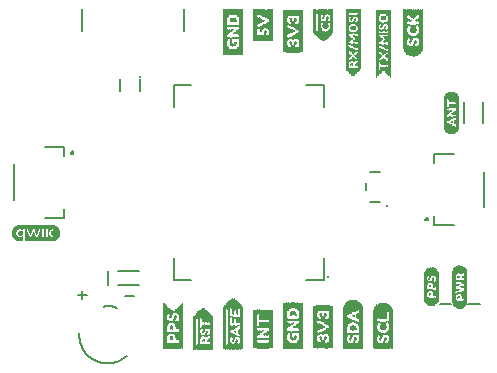
<source format=gto>
G75*
%MOIN*%
%OFA0B0*%
%FSLAX25Y25*%
%IPPOS*%
%LPD*%
%AMOC8*
5,1,8,0,0,1.08239X$1,22.5*
%
%ADD10C,0.00800*%
%ADD11C,0.00600*%
%ADD12R,0.00157X0.13858*%
%ADD13R,0.00157X0.14331*%
%ADD14R,0.00157X0.14646*%
%ADD15R,0.00157X0.14961*%
%ADD16R,0.00157X0.15118*%
%ADD17R,0.00157X0.15276*%
%ADD18R,0.00157X0.15433*%
%ADD19R,0.00157X0.02835*%
%ADD20R,0.00157X0.11969*%
%ADD21R,0.00157X0.02520*%
%ADD22R,0.00157X0.01102*%
%ADD23R,0.00157X0.03150*%
%ADD24R,0.00157X0.04567*%
%ADD25R,0.00157X0.02205*%
%ADD26R,0.00157X0.00787*%
%ADD27R,0.00157X0.02677*%
%ADD28R,0.00157X0.04409*%
%ADD29R,0.00157X0.02047*%
%ADD30R,0.00157X0.00630*%
%ADD31R,0.00157X0.01890*%
%ADD32R,0.00157X0.01732*%
%ADD33R,0.00157X0.01575*%
%ADD34R,0.00157X0.00945*%
%ADD35R,0.00157X0.02362*%
%ADD36R,0.00157X0.01260*%
%ADD37R,0.00157X0.01417*%
%ADD38R,0.00157X0.04252*%
%ADD39R,0.00157X0.00315*%
%ADD40R,0.00157X0.04094*%
%ADD41R,0.00157X0.00472*%
%ADD42R,0.00157X0.03937*%
%ADD43R,0.00157X0.03307*%
%ADD44R,0.00157X0.03780*%
%ADD45R,0.00157X0.03465*%
%ADD46R,0.00157X0.02992*%
%ADD47R,0.00157X0.12913*%
%ADD48R,0.00157X0.13386*%
%ADD49R,0.00157X0.13701*%
%ADD50R,0.00157X0.14016*%
%ADD51R,0.00157X0.14173*%
%ADD52R,0.00157X0.14488*%
%ADD53R,0.00157X0.07087*%
%ADD54R,0.00157X0.04882*%
%ADD55R,0.00157X0.05039*%
%ADD56R,0.00157X0.05197*%
%ADD57R,0.00157X0.03622*%
%ADD58R,0.00157X0.00157*%
%ADD59R,0.00157X0.11024*%
%ADD60R,0.00157X0.12756*%
%ADD61R,0.00157X0.11181*%
%ADD62R,0.00157X0.11496*%
%ADD63R,0.00157X0.11654*%
%ADD64R,0.00157X0.13071*%
%ADD65R,0.00157X0.13228*%
%ADD66R,0.00157X0.11811*%
%ADD67R,0.00157X0.14803*%
%ADD68R,0.00157X0.15906*%
%ADD69R,0.00157X0.16063*%
%ADD70R,0.00157X0.16220*%
%ADD71R,0.00157X0.16378*%
%ADD72R,0.00157X0.09921*%
%ADD73R,0.00118X0.09094*%
%ADD74R,0.00118X0.09803*%
%ADD75R,0.00079X0.10276*%
%ADD76R,0.00157X0.10748*%
%ADD77R,0.00118X0.10984*%
%ADD78R,0.00118X0.11220*%
%ADD79R,0.00079X0.11457*%
%ADD80R,0.00118X0.08150*%
%ADD81R,0.00118X0.02835*%
%ADD82R,0.00157X0.02244*%
%ADD83R,0.00157X0.01063*%
%ADD84R,0.00157X0.02598*%
%ADD85R,0.00118X0.02244*%
%ADD86R,0.00118X0.00827*%
%ADD87R,0.00118X0.01063*%
%ADD88R,0.00118X0.02480*%
%ADD89R,0.00118X0.02362*%
%ADD90R,0.00118X0.00709*%
%ADD91R,0.00118X0.00591*%
%ADD92R,0.00157X0.02480*%
%ADD93R,0.00118X0.00472*%
%ADD94R,0.00118X0.00354*%
%ADD95R,0.00118X0.02717*%
%ADD96R,0.00118X0.02598*%
%ADD97R,0.00118X0.00945*%
%ADD98R,0.00118X0.00236*%
%ADD99R,0.00118X0.04016*%
%ADD100R,0.00157X0.00354*%
%ADD101R,0.00157X0.00236*%
%ADD102R,0.00157X0.03898*%
%ADD103R,0.00118X0.03661*%
%ADD104R,0.00118X0.03189*%
%ADD105R,0.00157X0.00591*%
%ADD106R,0.00157X0.02717*%
%ADD107R,0.00118X0.01181*%
%ADD108R,0.00118X0.01654*%
%ADD109R,0.00157X0.00709*%
%ADD110R,0.00157X0.02126*%
%ADD111R,0.00118X0.01299*%
%ADD112R,0.00118X0.02008*%
%ADD113R,0.00118X0.01890*%
%ADD114R,0.00157X0.02008*%
%ADD115R,0.00118X0.02126*%
%ADD116R,0.00118X0.11457*%
%ADD117R,0.00118X0.10748*%
%ADD118R,0.00118X0.10276*%
%ADD119C,0.01000*%
%ADD120R,0.00079X0.11929*%
%ADD121R,0.00157X0.12402*%
%ADD122R,0.00118X0.12638*%
%ADD123R,0.00118X0.12874*%
%ADD124R,0.00079X0.13110*%
%ADD125R,0.00118X0.04961*%
%ADD126R,0.00118X0.03071*%
%ADD127R,0.00118X0.05079*%
%ADD128R,0.00157X0.01181*%
%ADD129R,0.00157X0.00118*%
%ADD130R,0.00157X0.00827*%
%ADD131R,0.00118X0.01417*%
%ADD132R,0.00118X0.13110*%
%ADD133R,0.00118X0.12402*%
%ADD134R,0.00118X0.11929*%
%ADD135R,0.00157X0.10551*%
%ADD136R,0.00157X0.07874*%
%ADD137R,0.00157X0.08031*%
%ADD138R,0.00157X0.08346*%
%ADD139R,0.00157X0.08504*%
%ADD140R,0.00157X0.09606*%
%ADD141R,0.00157X0.09764*%
%ADD142R,0.00157X0.10079*%
%ADD143R,0.00157X0.08661*%
%ADD144R,0.00118X0.20079*%
%ADD145R,0.00118X0.20197*%
%ADD146R,0.00079X0.20433*%
%ADD147R,0.00157X0.20551*%
%ADD148R,0.00118X0.20669*%
%ADD149R,0.00118X0.20787*%
%ADD150R,0.00079X0.08504*%
%ADD151R,0.00118X0.04252*%
%ADD152R,0.00118X0.05197*%
%ADD153R,0.00157X0.01535*%
%ADD154R,0.00157X0.01654*%
%ADD155R,0.00157X0.01299*%
%ADD156R,0.00118X0.01535*%
%ADD157R,0.00118X0.01772*%
%ADD158R,0.00118X0.00118*%
%ADD159R,0.00157X0.01772*%
%ADD160R,0.00118X0.07087*%
%ADD161R,0.00118X0.13228*%
%ADD162R,0.00118X0.07205*%
%ADD163R,0.00118X0.20551*%
%ADD164R,0.00118X0.20433*%
%ADD165R,0.00118X0.22559*%
%ADD166R,0.00118X0.22441*%
%ADD167R,0.00079X0.22323*%
%ADD168R,0.00157X0.22205*%
%ADD169R,0.00118X0.22087*%
%ADD170R,0.00118X0.21969*%
%ADD171R,0.00079X0.09449*%
%ADD172R,0.00079X0.12047*%
%ADD173R,0.00118X0.05787*%
%ADD174R,0.00118X0.08031*%
%ADD175R,0.00118X0.08386*%
%ADD176R,0.00118X0.13346*%
%ADD177R,0.00118X0.22205*%
%ADD178R,0.00118X0.22323*%
%ADD179C,0.01114*%
%ADD180C,0.00700*%
%ADD181C,0.00500*%
%ADD182C,0.01181*%
%ADD183C,0.00050*%
%ADD184R,0.00118X0.10512*%
%ADD185R,0.00079X0.11693*%
%ADD186R,0.00157X0.12165*%
%ADD187R,0.00079X0.12874*%
%ADD188R,0.00118X0.03307*%
%ADD189R,0.00118X0.03425*%
%ADD190R,0.00118X0.03543*%
%ADD191R,0.00157X0.03189*%
%ADD192R,0.00157X0.03543*%
%ADD193R,0.00157X0.02953*%
%ADD194R,0.00118X0.02953*%
%ADD195R,0.00157X0.03425*%
%ADD196R,0.00118X0.12165*%
%ADD197R,0.00118X0.11693*%
D10*
X0176533Y0101302D02*
X0179336Y0101302D01*
X0177935Y0102703D02*
X0177935Y0099901D01*
X0186365Y0104439D02*
X0186365Y0109361D01*
X0189790Y0109361D02*
X0196877Y0109361D01*
X0196877Y0104439D02*
X0189790Y0104439D01*
X0192233Y0101002D02*
X0195036Y0101002D01*
X0171955Y0127089D02*
X0165459Y0127089D01*
X0171955Y0127089D02*
X0171955Y0130042D01*
X0155223Y0132994D02*
X0155223Y0144806D01*
X0165459Y0150711D02*
X0171955Y0150711D01*
X0171955Y0147758D01*
X0174114Y0148743D02*
X0174116Y0148783D01*
X0174122Y0148822D01*
X0174132Y0148861D01*
X0174145Y0148898D01*
X0174163Y0148934D01*
X0174184Y0148968D01*
X0174208Y0149000D01*
X0174235Y0149029D01*
X0174265Y0149056D01*
X0174297Y0149079D01*
X0174332Y0149099D01*
X0174368Y0149115D01*
X0174406Y0149128D01*
X0174445Y0149137D01*
X0174484Y0149142D01*
X0174524Y0149143D01*
X0174564Y0149140D01*
X0174603Y0149133D01*
X0174641Y0149122D01*
X0174679Y0149108D01*
X0174714Y0149089D01*
X0174747Y0149068D01*
X0174779Y0149043D01*
X0174807Y0149015D01*
X0174833Y0148985D01*
X0174855Y0148952D01*
X0174874Y0148917D01*
X0174890Y0148880D01*
X0174902Y0148842D01*
X0174910Y0148803D01*
X0174914Y0148763D01*
X0174914Y0148723D01*
X0174910Y0148683D01*
X0174902Y0148644D01*
X0174890Y0148606D01*
X0174874Y0148569D01*
X0174855Y0148534D01*
X0174833Y0148501D01*
X0174807Y0148471D01*
X0174779Y0148443D01*
X0174747Y0148418D01*
X0174714Y0148397D01*
X0174679Y0148378D01*
X0174641Y0148364D01*
X0174603Y0148353D01*
X0174564Y0148346D01*
X0174524Y0148343D01*
X0174484Y0148344D01*
X0174445Y0148349D01*
X0174406Y0148358D01*
X0174368Y0148371D01*
X0174332Y0148387D01*
X0174297Y0148407D01*
X0174265Y0148430D01*
X0174235Y0148457D01*
X0174208Y0148486D01*
X0174184Y0148518D01*
X0174163Y0148552D01*
X0174145Y0148588D01*
X0174132Y0148625D01*
X0174122Y0148664D01*
X0174116Y0148703D01*
X0174114Y0148743D01*
X0177725Y0189361D02*
X0177725Y0196448D01*
X0211741Y0196448D02*
X0211741Y0189361D01*
X0273643Y0142400D02*
X0277024Y0142400D01*
X0272543Y0138457D02*
X0272543Y0136343D01*
X0273643Y0132400D02*
X0277024Y0132400D01*
X0292252Y0126557D02*
X0292254Y0126597D01*
X0292260Y0126636D01*
X0292270Y0126675D01*
X0292283Y0126712D01*
X0292301Y0126748D01*
X0292322Y0126782D01*
X0292346Y0126814D01*
X0292373Y0126843D01*
X0292403Y0126870D01*
X0292435Y0126893D01*
X0292470Y0126913D01*
X0292506Y0126929D01*
X0292544Y0126942D01*
X0292583Y0126951D01*
X0292622Y0126956D01*
X0292662Y0126957D01*
X0292702Y0126954D01*
X0292741Y0126947D01*
X0292779Y0126936D01*
X0292817Y0126922D01*
X0292852Y0126903D01*
X0292885Y0126882D01*
X0292917Y0126857D01*
X0292945Y0126829D01*
X0292971Y0126799D01*
X0292993Y0126766D01*
X0293012Y0126731D01*
X0293028Y0126694D01*
X0293040Y0126656D01*
X0293048Y0126617D01*
X0293052Y0126577D01*
X0293052Y0126537D01*
X0293048Y0126497D01*
X0293040Y0126458D01*
X0293028Y0126420D01*
X0293012Y0126383D01*
X0292993Y0126348D01*
X0292971Y0126315D01*
X0292945Y0126285D01*
X0292917Y0126257D01*
X0292885Y0126232D01*
X0292852Y0126211D01*
X0292817Y0126192D01*
X0292779Y0126178D01*
X0292741Y0126167D01*
X0292702Y0126160D01*
X0292662Y0126157D01*
X0292622Y0126158D01*
X0292583Y0126163D01*
X0292544Y0126172D01*
X0292506Y0126185D01*
X0292470Y0126201D01*
X0292435Y0126221D01*
X0292403Y0126244D01*
X0292373Y0126271D01*
X0292346Y0126300D01*
X0292322Y0126332D01*
X0292301Y0126366D01*
X0292283Y0126402D01*
X0292270Y0126439D01*
X0292260Y0126478D01*
X0292254Y0126517D01*
X0292252Y0126557D01*
X0295211Y0127542D02*
X0295211Y0124589D01*
X0301707Y0124589D01*
X0311944Y0130494D02*
X0311944Y0142306D01*
X0301707Y0148211D02*
X0295211Y0148211D01*
X0295211Y0145258D01*
X0297058Y0098250D02*
X0300808Y0098250D01*
X0306558Y0098250D02*
X0310308Y0098250D01*
D11*
X0311483Y0158457D02*
X0311483Y0165543D01*
X0305184Y0165543D02*
X0305184Y0158457D01*
X0189534Y0096900D02*
X0189384Y0096970D01*
X0189233Y0097036D01*
X0189081Y0097099D01*
X0188927Y0097157D01*
X0188771Y0097212D01*
X0188615Y0097263D01*
X0188457Y0097311D01*
X0188298Y0097354D01*
X0188138Y0097394D01*
X0187977Y0097430D01*
X0187815Y0097462D01*
X0187653Y0097490D01*
X0187490Y0097514D01*
X0187326Y0097534D01*
X0187162Y0097550D01*
X0186998Y0097563D01*
X0186833Y0097571D01*
X0186668Y0097575D01*
X0186504Y0097576D01*
X0186339Y0097572D01*
X0186174Y0097564D01*
X0186010Y0097553D01*
X0185846Y0097537D01*
X0185682Y0097518D01*
X0185519Y0097494D01*
X0185356Y0097467D01*
X0185194Y0097436D01*
X0185033Y0097400D01*
X0176933Y0088701D02*
X0176917Y0088473D01*
X0176906Y0088244D01*
X0176901Y0088016D01*
X0176902Y0087787D01*
X0176908Y0087559D01*
X0176920Y0087330D01*
X0176937Y0087103D01*
X0176960Y0086875D01*
X0176988Y0086648D01*
X0177022Y0086422D01*
X0177061Y0086197D01*
X0177106Y0085973D01*
X0177156Y0085750D01*
X0177212Y0085528D01*
X0177273Y0085308D01*
X0177339Y0085089D01*
X0177411Y0084872D01*
X0177488Y0084657D01*
X0177570Y0084444D01*
X0177657Y0084233D01*
X0177750Y0084024D01*
X0177847Y0083817D01*
X0177950Y0083613D01*
X0178057Y0083411D01*
X0178169Y0083212D01*
X0178287Y0083016D01*
X0178408Y0082822D01*
X0178535Y0082632D01*
X0178666Y0082445D01*
X0178802Y0082261D01*
X0178942Y0082080D01*
X0179086Y0081903D01*
X0179235Y0081729D01*
X0179388Y0081560D01*
X0179545Y0081393D01*
X0179706Y0081231D01*
X0179871Y0081073D01*
X0180040Y0080919D01*
X0180212Y0080769D01*
X0180388Y0080623D01*
X0180568Y0080481D01*
X0180750Y0080344D01*
X0180937Y0080212D01*
X0181126Y0080084D01*
X0181318Y0079960D01*
X0181514Y0079842D01*
X0181712Y0079728D01*
X0181913Y0079619D01*
X0182116Y0079515D01*
X0182322Y0079416D01*
X0182531Y0079322D01*
X0182741Y0079233D01*
X0182954Y0079149D01*
X0183168Y0079071D01*
X0183385Y0078997D01*
X0183603Y0078929D01*
X0183823Y0078866D01*
X0184044Y0078809D01*
X0184267Y0078757D01*
X0184490Y0078711D01*
X0184715Y0078670D01*
X0184941Y0078634D01*
X0185168Y0078604D01*
X0185395Y0078580D01*
X0185623Y0078561D01*
X0185851Y0078547D01*
X0186079Y0078539D01*
X0186308Y0078537D01*
X0186536Y0078540D01*
X0186765Y0078549D01*
X0186993Y0078564D01*
X0187221Y0078583D01*
X0187448Y0078609D01*
X0187674Y0078640D01*
X0187900Y0078676D01*
X0188124Y0078718D01*
X0188348Y0078766D01*
X0188570Y0078819D01*
X0188791Y0078877D01*
X0189011Y0078941D01*
X0189229Y0079010D01*
X0189445Y0079084D01*
X0189659Y0079163D01*
X0189872Y0079248D01*
X0190082Y0079338D01*
X0190290Y0079433D01*
X0190495Y0079533D01*
X0190698Y0079638D01*
X0190899Y0079747D01*
X0191096Y0079862D01*
X0191291Y0079981D01*
X0191483Y0080106D01*
X0191672Y0080234D01*
X0191858Y0080368D01*
X0192040Y0080506D01*
X0192219Y0080648D01*
X0192394Y0080794D01*
X0192566Y0080945D01*
X0192734Y0081100D01*
D12*
X0265184Y0090319D03*
X0271483Y0090319D03*
D13*
X0271325Y0090555D03*
X0275971Y0090555D03*
X0280696Y0090555D03*
X0265341Y0090555D03*
X0261483Y0090713D03*
X0261325Y0090713D03*
X0261168Y0090713D03*
X0261010Y0090713D03*
X0260853Y0090713D03*
X0260696Y0090713D03*
X0260538Y0090713D03*
X0256129Y0090713D03*
X0255971Y0090713D03*
X0255814Y0090713D03*
X0255656Y0090713D03*
X0255499Y0090713D03*
X0255341Y0090713D03*
X0255184Y0090713D03*
X0231325Y0090343D03*
X0225341Y0090343D03*
X0210538Y0090555D03*
X0206129Y0090555D03*
X0245184Y0189113D03*
X0245341Y0189113D03*
X0245499Y0189113D03*
X0245656Y0189113D03*
X0245814Y0189113D03*
X0245971Y0189113D03*
X0246129Y0189113D03*
X0250538Y0189113D03*
X0250696Y0189113D03*
X0250853Y0189113D03*
X0251010Y0189113D03*
X0251168Y0189113D03*
X0251325Y0189113D03*
X0251483Y0189113D03*
X0285656Y0189240D03*
X0291010Y0189240D03*
D14*
X0290696Y0189083D03*
X0285971Y0189083D03*
X0271168Y0090713D03*
X0265499Y0090713D03*
X0231168Y0090500D03*
X0225499Y0090500D03*
X0210853Y0090713D03*
X0205814Y0090713D03*
D15*
X0205499Y0090870D03*
X0211168Y0090870D03*
X0230853Y0090657D03*
X0265656Y0090870D03*
X0271010Y0090870D03*
D16*
X0270853Y0090949D03*
X0265814Y0090949D03*
X0211325Y0090949D03*
X0205341Y0090949D03*
D17*
X0205184Y0091028D03*
X0211483Y0091028D03*
X0245184Y0091028D03*
X0245341Y0091028D03*
X0245499Y0091028D03*
X0245656Y0091028D03*
X0245814Y0091028D03*
X0245971Y0091028D03*
X0246129Y0091028D03*
X0250538Y0091028D03*
X0250696Y0091028D03*
X0250853Y0091028D03*
X0251010Y0091028D03*
X0251168Y0091028D03*
X0251325Y0091028D03*
X0251483Y0091028D03*
X0265971Y0091028D03*
X0270696Y0091028D03*
X0231483Y0188928D03*
X0231325Y0188928D03*
X0231168Y0188928D03*
X0231010Y0188928D03*
X0230853Y0188928D03*
X0230696Y0188928D03*
X0230538Y0188928D03*
X0226129Y0188928D03*
X0225971Y0188928D03*
X0225814Y0188928D03*
X0225656Y0188928D03*
X0225499Y0188928D03*
X0225341Y0188928D03*
X0225184Y0188928D03*
D18*
X0266129Y0091106D03*
X0270538Y0091106D03*
D19*
X0268648Y0084807D03*
X0266286Y0084807D03*
X0258648Y0084965D03*
X0258491Y0084965D03*
X0258333Y0084965D03*
X0258176Y0084965D03*
X0258018Y0084965D03*
X0257861Y0084965D03*
X0256286Y0084965D03*
X0250223Y0084807D03*
X0247546Y0087799D03*
X0256286Y0096461D03*
X0250223Y0097248D03*
X0270066Y0097720D03*
X0270223Y0097720D03*
X0280066Y0096776D03*
X0280223Y0096776D03*
X0280381Y0096618D03*
X0278963Y0090949D03*
X0278806Y0090949D03*
X0278648Y0090949D03*
X0278491Y0090949D03*
X0278333Y0090949D03*
X0278176Y0090949D03*
X0278018Y0090949D03*
X0277861Y0090949D03*
X0276286Y0084807D03*
X0302516Y0109256D03*
X0304406Y0109610D03*
X0220696Y0093571D03*
X0218333Y0089949D03*
X0210066Y0091264D03*
X0208963Y0092839D03*
X0230223Y0182707D03*
X0227546Y0185699D03*
X0236286Y0192719D03*
X0239121Y0195081D03*
X0239278Y0195081D03*
X0240381Y0190987D03*
X0246286Y0194861D03*
X0259063Y0191357D03*
X0259536Y0187892D03*
X0259378Y0187735D03*
X0259221Y0187735D03*
X0248648Y0183365D03*
X0248491Y0183365D03*
X0248333Y0183365D03*
X0248176Y0183365D03*
X0248018Y0183365D03*
X0247861Y0183365D03*
X0246286Y0183365D03*
X0230223Y0195148D03*
X0288018Y0194988D03*
X0288806Y0194988D03*
X0288806Y0189949D03*
X0288963Y0189949D03*
X0288648Y0189949D03*
X0288491Y0189949D03*
X0288333Y0189949D03*
X0288176Y0189949D03*
X0288018Y0189949D03*
X0287861Y0189949D03*
D20*
X0266286Y0092996D03*
D21*
X0260223Y0092366D03*
X0260223Y0089059D03*
X0260381Y0084807D03*
X0266444Y0084650D03*
X0250066Y0084650D03*
X0246759Y0084650D03*
X0229278Y0084437D03*
X0209751Y0091106D03*
X0209593Y0091106D03*
X0209436Y0091106D03*
X0246759Y0097406D03*
X0250066Y0097406D03*
X0260381Y0096618D03*
X0280381Y0088587D03*
X0280381Y0084650D03*
X0250381Y0183207D03*
X0250223Y0187459D03*
X0250223Y0190766D03*
X0250381Y0195018D03*
X0258748Y0191357D03*
X0258906Y0191357D03*
X0260638Y0188837D03*
X0260008Y0188207D03*
X0259851Y0188050D03*
X0238648Y0195239D03*
X0238491Y0195239D03*
X0236444Y0192719D03*
X0230066Y0195306D03*
X0226759Y0195306D03*
X0226759Y0182550D03*
X0230066Y0182550D03*
X0287703Y0195146D03*
X0289121Y0195146D03*
X0290381Y0187587D03*
D22*
X0289908Y0187508D03*
X0288018Y0186878D03*
X0287388Y0187193D03*
X0287073Y0187350D03*
X0286916Y0187508D03*
X0287388Y0189555D03*
X0286444Y0190972D03*
X0289278Y0185618D03*
X0249278Y0185176D03*
X0249121Y0185176D03*
X0247703Y0185018D03*
X0247546Y0185176D03*
X0246444Y0186593D03*
X0248018Y0187065D03*
X0248018Y0189113D03*
X0247861Y0189113D03*
X0246444Y0191632D03*
X0247703Y0192892D03*
X0247546Y0193050D03*
X0249121Y0193050D03*
X0249278Y0193050D03*
X0239278Y0188861D03*
X0229593Y0188770D03*
X0227231Y0189243D03*
X0227546Y0192865D03*
X0229278Y0192865D03*
X0227388Y0185148D03*
X0228018Y0184518D03*
X0209278Y0095909D03*
X0208176Y0095437D03*
X0209278Y0093862D03*
X0208491Y0092445D03*
X0206759Y0092130D03*
X0207546Y0090398D03*
X0208018Y0090398D03*
X0208176Y0090398D03*
X0206601Y0088350D03*
X0208176Y0086776D03*
X0217546Y0087508D03*
X0220696Y0087823D03*
X0220538Y0086248D03*
X0228491Y0090500D03*
X0228648Y0090500D03*
X0237231Y0088823D03*
X0239593Y0088350D03*
X0247388Y0087248D03*
X0248018Y0086618D03*
X0249593Y0090870D03*
X0247231Y0091343D03*
X0247546Y0094965D03*
X0249278Y0094965D03*
X0256444Y0093232D03*
X0257703Y0094492D03*
X0257546Y0094650D03*
X0259121Y0094650D03*
X0259278Y0094650D03*
X0258018Y0090713D03*
X0257861Y0090713D03*
X0258018Y0088665D03*
X0256444Y0088193D03*
X0257546Y0086776D03*
X0257703Y0086618D03*
X0259121Y0086776D03*
X0259278Y0086776D03*
X0266444Y0088035D03*
X0269278Y0086618D03*
X0270223Y0091657D03*
X0276444Y0091972D03*
X0277388Y0090555D03*
X0276916Y0088508D03*
X0277073Y0088350D03*
X0277388Y0088193D03*
X0278018Y0087878D03*
X0279278Y0086618D03*
X0279908Y0088508D03*
D23*
X0269751Y0097720D03*
X0266444Y0092366D03*
X0250381Y0084965D03*
X0240223Y0094728D03*
X0240066Y0094728D03*
X0239908Y0094728D03*
X0239751Y0094728D03*
X0239593Y0094728D03*
X0239436Y0094728D03*
X0239278Y0094728D03*
X0239121Y0094728D03*
X0238963Y0094728D03*
X0238806Y0094728D03*
X0238648Y0094728D03*
X0238491Y0094728D03*
X0238333Y0094728D03*
X0238176Y0094728D03*
X0238018Y0094728D03*
X0237861Y0094728D03*
X0237703Y0094728D03*
X0237546Y0094728D03*
X0237388Y0094728D03*
X0237231Y0094728D03*
X0227703Y0098295D03*
X0220381Y0093728D03*
X0217703Y0094988D03*
X0210381Y0095988D03*
X0229436Y0084752D03*
X0230381Y0182865D03*
X0239751Y0194924D03*
X0239908Y0194924D03*
X0258591Y0194979D03*
X0259378Y0191672D03*
X0258906Y0187577D03*
X0288333Y0194831D03*
X0288491Y0194831D03*
X0290066Y0182862D03*
X0289908Y0182705D03*
X0289751Y0182705D03*
X0289593Y0182547D03*
D24*
X0267546Y0097327D03*
X0267073Y0097169D03*
X0266759Y0097012D03*
X0266444Y0096854D03*
X0229593Y0097114D03*
X0218806Y0094437D03*
X0218648Y0094437D03*
X0218491Y0094437D03*
X0218333Y0094437D03*
X0218176Y0094437D03*
D25*
X0210066Y0096146D03*
X0207861Y0094886D03*
X0208806Y0092681D03*
X0228333Y0092941D03*
X0228491Y0092941D03*
X0229593Y0092941D03*
X0229751Y0092941D03*
X0229908Y0092941D03*
X0230066Y0092941D03*
X0230223Y0092941D03*
X0230381Y0092941D03*
X0230538Y0092941D03*
X0230066Y0097823D03*
X0240381Y0091264D03*
X0246916Y0084492D03*
X0247073Y0084492D03*
X0249751Y0084492D03*
X0256601Y0084650D03*
X0257703Y0084650D03*
X0260223Y0084650D03*
X0260066Y0089059D03*
X0260066Y0092366D03*
X0258491Y0093154D03*
X0258333Y0093154D03*
X0258333Y0096776D03*
X0256601Y0096776D03*
X0260223Y0096776D03*
X0266759Y0092524D03*
X0270223Y0094256D03*
X0267703Y0087484D03*
X0268333Y0084492D03*
X0266601Y0084492D03*
X0276601Y0084492D03*
X0278333Y0084492D03*
X0277703Y0087484D03*
X0249751Y0097563D03*
X0247073Y0097563D03*
X0229121Y0084280D03*
X0229751Y0182392D03*
X0227073Y0182392D03*
X0226916Y0182392D03*
X0237546Y0189884D03*
X0237703Y0189884D03*
X0240066Y0191144D03*
X0236759Y0192719D03*
X0236601Y0192719D03*
X0236286Y0195396D03*
X0237861Y0195396D03*
X0238018Y0195396D03*
X0229751Y0195463D03*
X0227073Y0195463D03*
X0240381Y0187050D03*
X0246601Y0183050D03*
X0247703Y0183050D03*
X0250223Y0183050D03*
X0250066Y0187459D03*
X0250066Y0190766D03*
X0248491Y0191554D03*
X0248333Y0191554D03*
X0248333Y0195176D03*
X0246601Y0195176D03*
X0250223Y0195176D03*
X0257488Y0195451D03*
X0258906Y0195451D03*
X0258591Y0191357D03*
X0286286Y0195303D03*
X0287388Y0195303D03*
X0289436Y0195303D03*
X0287703Y0186484D03*
D26*
X0288176Y0187035D03*
X0289593Y0187508D03*
X0289751Y0187508D03*
X0289436Y0189555D03*
X0287546Y0190972D03*
X0286916Y0192862D03*
X0289751Y0192862D03*
X0260638Y0192380D03*
X0259851Y0192223D03*
X0260008Y0190963D03*
X0258276Y0190963D03*
X0260008Y0193640D03*
X0249436Y0193050D03*
X0247388Y0193050D03*
X0246601Y0191632D03*
X0247388Y0191317D03*
X0247546Y0191317D03*
X0248176Y0189113D03*
X0248333Y0189113D03*
X0247703Y0187065D03*
X0246601Y0186593D03*
X0247388Y0185176D03*
X0249436Y0185176D03*
X0239436Y0188861D03*
X0237231Y0190435D03*
X0230381Y0190975D03*
X0229278Y0188613D03*
X0229121Y0188613D03*
X0227703Y0189400D03*
X0227388Y0186723D03*
X0226601Y0186723D03*
X0229436Y0185148D03*
X0208963Y0095752D03*
X0208648Y0095594D03*
X0208491Y0095594D03*
X0209436Y0093862D03*
X0208333Y0092287D03*
X0206916Y0092130D03*
X0207388Y0093862D03*
X0206916Y0088508D03*
X0208806Y0088508D03*
X0217703Y0087508D03*
X0219121Y0087823D03*
X0219908Y0088925D03*
X0218176Y0088925D03*
X0218176Y0086091D03*
X0218963Y0086091D03*
X0219908Y0086091D03*
X0220066Y0086091D03*
X0228176Y0086091D03*
X0229908Y0086091D03*
X0229278Y0090657D03*
X0229121Y0090657D03*
X0229121Y0093650D03*
X0229278Y0093650D03*
X0228963Y0093650D03*
X0228806Y0093650D03*
X0237546Y0088980D03*
X0237703Y0088980D03*
X0239121Y0088193D03*
X0246601Y0088823D03*
X0247388Y0088823D03*
X0249121Y0090713D03*
X0249278Y0090713D03*
X0247703Y0091500D03*
X0250381Y0093075D03*
X0256601Y0093232D03*
X0257388Y0092917D03*
X0257546Y0092917D03*
X0257388Y0094650D03*
X0259436Y0094650D03*
X0258333Y0090713D03*
X0258176Y0090713D03*
X0257703Y0088665D03*
X0256601Y0088193D03*
X0257388Y0086776D03*
X0259436Y0086776D03*
X0266601Y0088193D03*
X0267231Y0088193D03*
X0268176Y0088193D03*
X0270066Y0088193D03*
X0268333Y0092602D03*
X0268176Y0092602D03*
X0277546Y0091972D03*
X0279436Y0090555D03*
X0279593Y0088508D03*
X0279751Y0088508D03*
X0278176Y0088035D03*
X0249436Y0087248D03*
D27*
X0246601Y0084728D03*
X0228333Y0087035D03*
X0218491Y0090028D03*
X0210223Y0087563D03*
X0210066Y0087563D03*
X0209908Y0087563D03*
X0209751Y0087563D03*
X0209593Y0087563D03*
X0209436Y0087563D03*
X0209908Y0091185D03*
X0207703Y0094807D03*
X0206444Y0096067D03*
X0210223Y0096067D03*
X0246601Y0097327D03*
X0266601Y0092445D03*
X0277703Y0091028D03*
X0279121Y0091028D03*
X0278648Y0084728D03*
X0270381Y0084728D03*
X0226601Y0182628D03*
X0226601Y0195227D03*
X0238806Y0195160D03*
X0238963Y0195160D03*
X0258748Y0195215D03*
X0260796Y0189073D03*
X0259693Y0187971D03*
X0287703Y0190028D03*
X0289121Y0190028D03*
X0288963Y0195067D03*
X0287861Y0195067D03*
D28*
X0267861Y0097406D03*
X0267703Y0097406D03*
X0267388Y0097248D03*
X0267231Y0097248D03*
X0266916Y0097091D03*
X0266601Y0096933D03*
X0229751Y0097035D03*
X0218963Y0094358D03*
X0218018Y0094516D03*
D29*
X0216444Y0094437D03*
X0220696Y0090500D03*
X0219593Y0088295D03*
X0219436Y0088138D03*
X0227388Y0087823D03*
X0228648Y0087193D03*
X0230696Y0089083D03*
X0228176Y0093020D03*
X0230223Y0097744D03*
X0247231Y0097642D03*
X0249436Y0097642D03*
X0249593Y0097642D03*
X0256759Y0096854D03*
X0258176Y0096854D03*
X0260066Y0096854D03*
X0258176Y0093232D03*
X0258018Y0093232D03*
X0259908Y0092287D03*
X0259908Y0089138D03*
X0256916Y0090713D03*
X0256759Y0090713D03*
X0256759Y0084571D03*
X0260066Y0084571D03*
X0266759Y0084413D03*
X0266916Y0084413D03*
X0268018Y0084413D03*
X0268176Y0084413D03*
X0269121Y0084413D03*
X0269908Y0084413D03*
X0270066Y0084413D03*
X0276759Y0084413D03*
X0276916Y0084413D03*
X0278176Y0084413D03*
X0279121Y0084413D03*
X0280066Y0084413D03*
X0270066Y0094177D03*
X0266916Y0092602D03*
X0249593Y0084413D03*
X0249436Y0084413D03*
X0247231Y0084413D03*
X0230538Y0084201D03*
X0228963Y0084201D03*
X0227546Y0084201D03*
X0210381Y0084413D03*
X0209908Y0096067D03*
X0206759Y0096067D03*
X0227231Y0182313D03*
X0229436Y0182313D03*
X0229593Y0182313D03*
X0236444Y0186971D03*
X0236601Y0186971D03*
X0238806Y0186971D03*
X0239278Y0186971D03*
X0240223Y0186971D03*
X0237388Y0189806D03*
X0239908Y0191065D03*
X0237703Y0195475D03*
X0237546Y0195475D03*
X0229593Y0195542D03*
X0229436Y0195542D03*
X0227231Y0195542D03*
X0246759Y0195254D03*
X0248176Y0195254D03*
X0250066Y0195254D03*
X0248176Y0191632D03*
X0248018Y0191632D03*
X0249908Y0190687D03*
X0249908Y0187538D03*
X0246916Y0189113D03*
X0246759Y0189113D03*
X0256701Y0188128D03*
X0250066Y0182971D03*
X0246759Y0182971D03*
X0257646Y0195530D03*
X0258276Y0195530D03*
X0260638Y0195530D03*
X0286444Y0195382D03*
X0287231Y0195382D03*
X0289593Y0195382D03*
X0290381Y0195382D03*
D30*
X0289593Y0192783D03*
X0289278Y0191051D03*
X0287388Y0191051D03*
X0286601Y0191051D03*
X0287073Y0192783D03*
X0289278Y0187429D03*
X0289436Y0187429D03*
X0287231Y0185697D03*
X0258433Y0192144D03*
X0258276Y0193719D03*
X0247231Y0191396D03*
X0247073Y0191396D03*
X0246759Y0191554D03*
X0247388Y0186987D03*
X0247546Y0186987D03*
X0247073Y0186829D03*
X0246759Y0186672D03*
X0238806Y0188939D03*
X0236444Y0190514D03*
X0238333Y0192719D03*
X0238491Y0192719D03*
X0230223Y0191054D03*
X0229436Y0192628D03*
X0226444Y0191054D03*
X0227861Y0189479D03*
X0228963Y0188534D03*
X0228018Y0186802D03*
X0227231Y0186802D03*
X0227073Y0186802D03*
X0226916Y0186802D03*
X0226759Y0186802D03*
X0230066Y0186802D03*
X0208806Y0095673D03*
X0207231Y0093783D03*
X0207073Y0092209D03*
X0208176Y0092366D03*
X0208491Y0088587D03*
X0208648Y0088587D03*
X0207231Y0088587D03*
X0207073Y0088587D03*
X0217388Y0089949D03*
X0217861Y0087587D03*
X0218963Y0087744D03*
X0219751Y0087587D03*
X0229121Y0087587D03*
X0229278Y0087587D03*
X0229436Y0090736D03*
X0229593Y0090736D03*
X0230696Y0090894D03*
X0236444Y0086539D03*
X0236601Y0086539D03*
X0237861Y0089059D03*
X0238963Y0088114D03*
X0240223Y0086539D03*
X0240381Y0086539D03*
X0237073Y0090634D03*
X0246444Y0093154D03*
X0247861Y0091579D03*
X0248963Y0090634D03*
X0248018Y0088902D03*
X0247231Y0088902D03*
X0247073Y0088902D03*
X0246916Y0088902D03*
X0246759Y0088902D03*
X0250066Y0088902D03*
X0250223Y0093154D03*
X0249436Y0094728D03*
X0256759Y0093154D03*
X0257073Y0092996D03*
X0257231Y0092996D03*
X0257388Y0088587D03*
X0257546Y0088587D03*
X0257073Y0088429D03*
X0256759Y0088272D03*
X0266759Y0088272D03*
X0266916Y0088272D03*
X0267073Y0088272D03*
X0268333Y0088272D03*
X0269908Y0088272D03*
X0269436Y0090004D03*
X0269751Y0091894D03*
X0269908Y0091894D03*
X0269593Y0092051D03*
X0268963Y0092366D03*
X0268648Y0092524D03*
X0268491Y0092524D03*
X0268648Y0094256D03*
X0267231Y0086697D03*
X0277231Y0086697D03*
X0279278Y0088429D03*
X0279436Y0088429D03*
X0279278Y0092051D03*
X0277388Y0092051D03*
X0276601Y0092051D03*
D31*
X0277861Y0087642D03*
X0280223Y0088587D03*
X0279908Y0084335D03*
X0279751Y0084335D03*
X0279436Y0084335D03*
X0279278Y0084335D03*
X0278018Y0084335D03*
X0277861Y0084335D03*
X0277703Y0084335D03*
X0277546Y0084335D03*
X0277388Y0084335D03*
X0277231Y0084335D03*
X0277073Y0084335D03*
X0269751Y0084335D03*
X0269593Y0084335D03*
X0269436Y0084335D03*
X0269278Y0084335D03*
X0267861Y0084335D03*
X0267703Y0084335D03*
X0267546Y0084335D03*
X0267388Y0084335D03*
X0267231Y0084335D03*
X0267073Y0084335D03*
X0267861Y0087642D03*
X0269908Y0094256D03*
X0259908Y0096933D03*
X0258648Y0096933D03*
X0258491Y0096933D03*
X0258018Y0096933D03*
X0257861Y0096933D03*
X0257073Y0096933D03*
X0256916Y0096933D03*
X0257861Y0093311D03*
X0257073Y0090791D03*
X0250381Y0091106D03*
X0246444Y0091106D03*
X0240223Y0091264D03*
X0240066Y0091264D03*
X0239908Y0091264D03*
X0239751Y0091264D03*
X0239593Y0091264D03*
X0239436Y0091264D03*
X0239278Y0091264D03*
X0239121Y0091264D03*
X0238963Y0091264D03*
X0238806Y0091264D03*
X0238648Y0091264D03*
X0238491Y0091264D03*
X0238333Y0091264D03*
X0238176Y0091264D03*
X0238018Y0091264D03*
X0237861Y0091264D03*
X0237703Y0091264D03*
X0237546Y0091264D03*
X0237388Y0091264D03*
X0237231Y0091264D03*
X0236444Y0088587D03*
X0240381Y0088587D03*
X0240381Y0084492D03*
X0240223Y0084492D03*
X0236444Y0084492D03*
X0230381Y0084122D03*
X0229751Y0084122D03*
X0228806Y0084122D03*
X0227861Y0084122D03*
X0227703Y0084122D03*
X0220696Y0083965D03*
X0220538Y0083965D03*
X0220381Y0083965D03*
X0220223Y0083965D03*
X0220066Y0083965D03*
X0219908Y0083965D03*
X0219751Y0083965D03*
X0219593Y0083965D03*
X0219436Y0083965D03*
X0219278Y0083965D03*
X0219121Y0083965D03*
X0218963Y0083965D03*
X0218806Y0083965D03*
X0218648Y0083965D03*
X0218491Y0083965D03*
X0218333Y0083965D03*
X0218176Y0083965D03*
X0218018Y0083965D03*
X0217861Y0083965D03*
X0217703Y0083965D03*
X0217546Y0083965D03*
X0217388Y0083965D03*
X0210223Y0084335D03*
X0210066Y0084335D03*
X0209908Y0084335D03*
X0209751Y0084335D03*
X0209593Y0084335D03*
X0209436Y0084335D03*
X0209278Y0084335D03*
X0209121Y0084335D03*
X0208963Y0084335D03*
X0208806Y0084335D03*
X0208648Y0084335D03*
X0208491Y0084335D03*
X0208333Y0084335D03*
X0208176Y0084335D03*
X0208018Y0084335D03*
X0207861Y0084335D03*
X0207703Y0084335D03*
X0207546Y0084335D03*
X0207388Y0084335D03*
X0207231Y0084335D03*
X0207073Y0084335D03*
X0206916Y0084335D03*
X0206759Y0084335D03*
X0206601Y0084335D03*
X0206444Y0084335D03*
X0206444Y0092051D03*
X0206916Y0095988D03*
X0216286Y0094358D03*
X0226444Y0097823D03*
X0230381Y0097665D03*
X0227388Y0090264D03*
X0247388Y0084335D03*
X0247546Y0084335D03*
X0247703Y0084335D03*
X0248963Y0084335D03*
X0249121Y0084335D03*
X0249278Y0084335D03*
X0256916Y0084492D03*
X0257073Y0084492D03*
X0257231Y0084492D03*
X0257388Y0084492D03*
X0257546Y0084492D03*
X0258963Y0084492D03*
X0259908Y0084492D03*
X0249278Y0097720D03*
X0249121Y0097720D03*
X0247546Y0097720D03*
X0247388Y0097720D03*
X0295378Y0104705D03*
X0278906Y0178951D03*
X0287861Y0186642D03*
X0290223Y0187587D03*
X0290223Y0195461D03*
X0290066Y0195461D03*
X0289908Y0195461D03*
X0289751Y0195461D03*
X0287073Y0195461D03*
X0286916Y0195461D03*
X0286759Y0195461D03*
X0286601Y0195461D03*
X0269751Y0186738D03*
X0269278Y0186738D03*
X0260481Y0195609D03*
X0259063Y0195609D03*
X0258118Y0195609D03*
X0257961Y0195609D03*
X0257803Y0195609D03*
X0249908Y0195333D03*
X0248648Y0195333D03*
X0248491Y0195333D03*
X0248018Y0195333D03*
X0247861Y0195333D03*
X0247073Y0195333D03*
X0246916Y0195333D03*
X0247861Y0191711D03*
X0247073Y0189191D03*
X0239751Y0191144D03*
X0237073Y0192719D03*
X0236916Y0192719D03*
X0237231Y0195554D03*
X0237388Y0195554D03*
X0236444Y0195554D03*
X0229278Y0195620D03*
X0229121Y0195620D03*
X0227546Y0195620D03*
X0227388Y0195620D03*
X0226444Y0189006D03*
X0230381Y0189006D03*
X0236759Y0186892D03*
X0236916Y0186892D03*
X0237073Y0186892D03*
X0237231Y0186892D03*
X0237388Y0186892D03*
X0237546Y0186892D03*
X0237703Y0186892D03*
X0239436Y0186892D03*
X0246916Y0182892D03*
X0247073Y0182892D03*
X0247231Y0182892D03*
X0247388Y0182892D03*
X0247546Y0182892D03*
X0248963Y0182892D03*
X0249908Y0182892D03*
X0256544Y0188207D03*
X0229278Y0182235D03*
X0229121Y0182235D03*
X0228963Y0182235D03*
X0227703Y0182235D03*
X0227546Y0182235D03*
X0227388Y0182235D03*
D32*
X0227861Y0182156D03*
X0228018Y0182156D03*
X0228176Y0182156D03*
X0228333Y0182156D03*
X0228491Y0182156D03*
X0228648Y0182156D03*
X0228806Y0182156D03*
X0237861Y0186813D03*
X0238018Y0186813D03*
X0238176Y0186813D03*
X0238333Y0186813D03*
X0238491Y0186813D03*
X0238648Y0186813D03*
X0239593Y0186813D03*
X0239908Y0186813D03*
X0240066Y0186813D03*
X0239593Y0191065D03*
X0237231Y0192798D03*
X0237073Y0195632D03*
X0236916Y0195632D03*
X0236601Y0195632D03*
X0228963Y0195699D03*
X0228806Y0195699D03*
X0228648Y0195699D03*
X0228491Y0195699D03*
X0228333Y0195699D03*
X0228176Y0195699D03*
X0228018Y0195699D03*
X0227861Y0195699D03*
X0227703Y0195699D03*
X0230223Y0188928D03*
X0247231Y0189113D03*
X0249593Y0190687D03*
X0249751Y0190687D03*
X0249751Y0187538D03*
X0249593Y0187538D03*
X0256386Y0188286D03*
X0249751Y0182813D03*
X0249593Y0182813D03*
X0249436Y0182813D03*
X0249278Y0182813D03*
X0249121Y0182813D03*
X0249121Y0195412D03*
X0249278Y0195412D03*
X0249436Y0195412D03*
X0249593Y0195412D03*
X0249751Y0195412D03*
X0248963Y0195412D03*
X0248806Y0195412D03*
X0247703Y0195412D03*
X0247546Y0195412D03*
X0247388Y0195412D03*
X0247231Y0195412D03*
X0255914Y0195687D03*
X0256701Y0195687D03*
X0259221Y0195687D03*
X0259378Y0195687D03*
X0260166Y0195687D03*
X0260323Y0195687D03*
X0286601Y0187665D03*
X0248963Y0097799D03*
X0248806Y0097799D03*
X0248648Y0097799D03*
X0248491Y0097799D03*
X0248333Y0097799D03*
X0248176Y0097799D03*
X0248018Y0097799D03*
X0247861Y0097799D03*
X0247703Y0097799D03*
X0257231Y0097012D03*
X0257388Y0097012D03*
X0257546Y0097012D03*
X0257703Y0097012D03*
X0258806Y0097012D03*
X0258963Y0097012D03*
X0259121Y0097012D03*
X0259278Y0097012D03*
X0259436Y0097012D03*
X0259593Y0097012D03*
X0259751Y0097012D03*
X0259751Y0092287D03*
X0259593Y0092287D03*
X0257231Y0090713D03*
X0259593Y0089138D03*
X0259751Y0089138D03*
X0259751Y0084413D03*
X0259593Y0084413D03*
X0259436Y0084413D03*
X0259278Y0084413D03*
X0259121Y0084413D03*
X0268176Y0090398D03*
X0268333Y0090398D03*
X0268491Y0090398D03*
X0270381Y0091500D03*
X0269751Y0094177D03*
X0267073Y0092602D03*
X0276601Y0088665D03*
X0279593Y0084256D03*
X0250223Y0091028D03*
X0248806Y0084256D03*
X0248648Y0084256D03*
X0248491Y0084256D03*
X0248333Y0084256D03*
X0248176Y0084256D03*
X0248018Y0084256D03*
X0247861Y0084256D03*
X0240066Y0084413D03*
X0239908Y0084413D03*
X0239751Y0084413D03*
X0239593Y0084413D03*
X0239436Y0084413D03*
X0239278Y0084413D03*
X0239121Y0084413D03*
X0238963Y0084413D03*
X0238806Y0084413D03*
X0238648Y0084413D03*
X0238491Y0084413D03*
X0238333Y0084413D03*
X0238176Y0084413D03*
X0238018Y0084413D03*
X0237861Y0084413D03*
X0237703Y0084413D03*
X0237546Y0084413D03*
X0237388Y0084413D03*
X0237231Y0084413D03*
X0237073Y0084413D03*
X0236916Y0084413D03*
X0236759Y0084413D03*
X0236601Y0084413D03*
X0230223Y0084043D03*
X0230066Y0084043D03*
X0229908Y0084043D03*
X0228648Y0084043D03*
X0228491Y0084043D03*
X0228333Y0084043D03*
X0228176Y0084043D03*
X0228018Y0084043D03*
X0226601Y0084043D03*
X0225814Y0084043D03*
X0227546Y0087823D03*
X0230381Y0089083D03*
X0230538Y0089083D03*
X0236444Y0095437D03*
X0237073Y0095437D03*
X0230538Y0097587D03*
X0226286Y0097744D03*
X0216129Y0094280D03*
X0218806Y0090500D03*
X0217388Y0087508D03*
X0216601Y0083886D03*
X0215814Y0083886D03*
X0209278Y0088035D03*
X0209278Y0091657D03*
X0207388Y0095594D03*
X0207231Y0095752D03*
X0207073Y0095909D03*
X0209751Y0096067D03*
D33*
X0209593Y0095988D03*
X0208018Y0095201D03*
X0208648Y0092524D03*
X0215814Y0094043D03*
X0215971Y0094201D03*
X0218176Y0090579D03*
X0220538Y0090579D03*
X0227546Y0090264D03*
X0227703Y0090264D03*
X0227703Y0087902D03*
X0226444Y0083965D03*
X0226286Y0083965D03*
X0226129Y0083965D03*
X0225971Y0083965D03*
X0216444Y0083807D03*
X0216286Y0083807D03*
X0216129Y0083807D03*
X0215971Y0083807D03*
X0225814Y0097350D03*
X0226129Y0097665D03*
X0230696Y0097508D03*
X0236601Y0095516D03*
X0236759Y0095516D03*
X0236916Y0095516D03*
X0246601Y0091106D03*
X0248806Y0087012D03*
X0248963Y0087012D03*
X0240223Y0088587D03*
X0236601Y0088587D03*
X0248018Y0095201D03*
X0248176Y0095201D03*
X0248333Y0095201D03*
X0248491Y0095201D03*
X0248648Y0095201D03*
X0257388Y0090791D03*
X0258963Y0092524D03*
X0259278Y0092366D03*
X0259436Y0092366D03*
X0259436Y0089059D03*
X0259278Y0089059D03*
X0258333Y0088587D03*
X0267861Y0090319D03*
X0268018Y0090319D03*
X0268648Y0090319D03*
X0268806Y0090319D03*
X0268963Y0090319D03*
X0267388Y0092681D03*
X0267231Y0092681D03*
X0269593Y0094256D03*
X0277546Y0090634D03*
X0280066Y0088587D03*
X0228963Y0184912D03*
X0228806Y0184912D03*
X0226601Y0189006D03*
X0228018Y0193101D03*
X0228176Y0193101D03*
X0228333Y0193101D03*
X0228491Y0193101D03*
X0228648Y0193101D03*
X0236759Y0195711D03*
X0237388Y0192719D03*
X0237861Y0190357D03*
X0239436Y0191144D03*
X0239751Y0186735D03*
X0247388Y0189191D03*
X0248963Y0190924D03*
X0249278Y0190766D03*
X0249436Y0190766D03*
X0249436Y0187459D03*
X0249278Y0187459D03*
X0248333Y0186987D03*
X0256229Y0188365D03*
X0257488Y0192302D03*
X0260796Y0192302D03*
X0260008Y0195766D03*
X0259851Y0195766D03*
X0259693Y0195766D03*
X0259536Y0195766D03*
X0256544Y0195766D03*
X0256386Y0195766D03*
X0256229Y0195766D03*
X0256071Y0195766D03*
X0287546Y0189634D03*
X0290066Y0187587D03*
D34*
X0289436Y0185697D03*
X0287388Y0185697D03*
X0287231Y0187272D03*
X0290223Y0191051D03*
X0290066Y0192941D03*
X0289908Y0192941D03*
X0286759Y0192941D03*
X0268333Y0184612D03*
X0266916Y0179179D03*
X0267861Y0178116D03*
X0259851Y0193561D03*
X0257646Y0192302D03*
X0247861Y0186987D03*
X0238176Y0192719D03*
X0238018Y0192719D03*
X0229436Y0188691D03*
X0227546Y0189321D03*
X0227388Y0189321D03*
X0227388Y0192786D03*
X0230223Y0186802D03*
X0228648Y0184439D03*
X0228491Y0184439D03*
X0228333Y0184439D03*
X0228176Y0184439D03*
X0300188Y0162277D03*
X0301133Y0160269D03*
X0303461Y0107366D03*
X0305351Y0107366D03*
X0304406Y0101815D03*
X0303461Y0100516D03*
X0302516Y0101461D03*
X0293961Y0101516D03*
X0293961Y0104232D03*
X0280223Y0092051D03*
X0277231Y0088272D03*
X0277388Y0086697D03*
X0279436Y0086697D03*
X0270223Y0088114D03*
X0269436Y0086697D03*
X0267388Y0086697D03*
X0267388Y0088114D03*
X0267388Y0090004D03*
X0267861Y0092681D03*
X0268018Y0092681D03*
X0270066Y0091736D03*
X0257861Y0088587D03*
X0250223Y0088902D03*
X0249436Y0090791D03*
X0247546Y0091421D03*
X0247388Y0091421D03*
X0248176Y0086539D03*
X0248333Y0086539D03*
X0248491Y0086539D03*
X0248648Y0086539D03*
X0239436Y0088272D03*
X0239278Y0088272D03*
X0237388Y0088902D03*
X0230696Y0087114D03*
X0229751Y0086012D03*
X0228963Y0087587D03*
X0228963Y0090579D03*
X0228806Y0090579D03*
X0228648Y0093571D03*
X0229436Y0093571D03*
X0219751Y0088846D03*
X0220223Y0086169D03*
X0220381Y0086169D03*
X0218806Y0086169D03*
X0218648Y0086169D03*
X0218491Y0086169D03*
X0218333Y0086169D03*
X0208963Y0088429D03*
X0206759Y0088429D03*
X0207388Y0086697D03*
X0207388Y0090319D03*
X0208333Y0095516D03*
X0209121Y0095831D03*
X0247388Y0094886D03*
D35*
X0246916Y0097484D03*
X0249908Y0097484D03*
X0256444Y0096697D03*
X0258648Y0093075D03*
X0256601Y0090713D03*
X0256444Y0090713D03*
X0256444Y0084728D03*
X0249908Y0084571D03*
X0267546Y0087406D03*
X0268491Y0084571D03*
X0270223Y0084571D03*
X0276444Y0084571D03*
X0278491Y0084571D03*
X0280223Y0084571D03*
X0277546Y0087406D03*
X0276444Y0088665D03*
X0270381Y0094177D03*
X0230696Y0093020D03*
X0226601Y0097744D03*
X0216601Y0094437D03*
X0218648Y0090185D03*
X0227388Y0084358D03*
X0228491Y0087035D03*
X0230696Y0084358D03*
X0206601Y0096067D03*
X0302078Y0156254D03*
X0300188Y0167710D03*
X0287546Y0186406D03*
X0286444Y0187665D03*
X0287546Y0195224D03*
X0289278Y0195224D03*
X0268806Y0175754D03*
X0267861Y0175754D03*
X0260166Y0188286D03*
X0260323Y0188443D03*
X0260481Y0188601D03*
X0260796Y0195372D03*
X0248648Y0191475D03*
X0246601Y0189113D03*
X0246444Y0189113D03*
X0246444Y0195097D03*
X0240223Y0191065D03*
X0238333Y0195317D03*
X0238176Y0195317D03*
X0229908Y0195384D03*
X0226916Y0195384D03*
X0229908Y0182471D03*
X0246444Y0183128D03*
D36*
X0248963Y0185097D03*
X0248176Y0186987D03*
X0248491Y0187144D03*
X0248806Y0187302D03*
X0247703Y0189191D03*
X0247703Y0191396D03*
X0248963Y0192971D03*
X0255914Y0188522D03*
X0258433Y0191042D03*
X0238963Y0190987D03*
X0238806Y0190987D03*
X0238648Y0190829D03*
X0238491Y0190829D03*
X0238333Y0190672D03*
X0238176Y0190672D03*
X0237861Y0192719D03*
X0237703Y0192719D03*
X0229121Y0192943D03*
X0227703Y0192943D03*
X0227073Y0189164D03*
X0226444Y0186644D03*
X0229278Y0185069D03*
X0230381Y0186644D03*
X0229908Y0188849D03*
X0229751Y0188849D03*
X0286601Y0192941D03*
X0290223Y0192941D03*
X0290381Y0190894D03*
X0286759Y0187587D03*
X0289121Y0185539D03*
X0258963Y0094571D03*
X0257703Y0092996D03*
X0257703Y0090791D03*
X0258806Y0088902D03*
X0258491Y0088744D03*
X0258176Y0088587D03*
X0258963Y0086697D03*
X0250381Y0088744D03*
X0249278Y0087169D03*
X0246444Y0088744D03*
X0247073Y0091264D03*
X0249751Y0090949D03*
X0249908Y0090949D03*
X0249121Y0095043D03*
X0247703Y0095043D03*
X0239751Y0088429D03*
X0237073Y0088744D03*
X0236916Y0088744D03*
X0228806Y0087429D03*
X0228333Y0090421D03*
X0228176Y0090421D03*
X0220223Y0090736D03*
X0220066Y0090736D03*
X0219908Y0090736D03*
X0219751Y0090736D03*
X0219593Y0090736D03*
X0219436Y0090736D03*
X0219278Y0090736D03*
X0219121Y0090736D03*
X0219278Y0087902D03*
X0220696Y0086169D03*
X0209121Y0088272D03*
X0208018Y0086854D03*
X0207861Y0086854D03*
X0207703Y0086854D03*
X0207546Y0086854D03*
X0207703Y0090476D03*
X0207861Y0090476D03*
X0209436Y0095988D03*
X0267546Y0092681D03*
X0267703Y0092681D03*
X0267546Y0090161D03*
X0269278Y0090161D03*
X0268018Y0087957D03*
X0269121Y0086539D03*
X0276759Y0088587D03*
X0279121Y0086539D03*
X0280381Y0091894D03*
D37*
X0279278Y0090555D03*
X0270381Y0088035D03*
X0269121Y0090240D03*
X0267703Y0090240D03*
X0259121Y0088980D03*
X0258963Y0088980D03*
X0258648Y0088823D03*
X0257546Y0090713D03*
X0259121Y0092445D03*
X0250066Y0091028D03*
X0246916Y0091185D03*
X0246759Y0091185D03*
X0249121Y0087091D03*
X0240066Y0088508D03*
X0239908Y0088508D03*
X0236759Y0088665D03*
X0230223Y0089083D03*
X0230066Y0089083D03*
X0228176Y0087665D03*
X0228018Y0087823D03*
X0227861Y0087823D03*
X0227861Y0090343D03*
X0228018Y0090343D03*
X0220381Y0090657D03*
X0218963Y0090657D03*
X0218018Y0090657D03*
X0209121Y0091972D03*
X0209121Y0093705D03*
X0206601Y0092130D03*
X0206444Y0088193D03*
X0225971Y0097587D03*
X0247861Y0095122D03*
X0248806Y0095122D03*
X0248963Y0095122D03*
X0293016Y0105413D03*
X0279378Y0178715D03*
X0277488Y0182849D03*
X0269278Y0184376D03*
X0267388Y0183076D03*
X0268806Y0190163D03*
X0269751Y0191698D03*
X0278906Y0193479D03*
X0279851Y0192061D03*
X0286444Y0193020D03*
X0290381Y0193020D03*
X0289278Y0189555D03*
X0259851Y0190963D03*
X0256071Y0188443D03*
X0249121Y0187380D03*
X0248963Y0187380D03*
X0248648Y0187223D03*
X0247546Y0189113D03*
X0249121Y0190845D03*
X0239278Y0191065D03*
X0239121Y0191065D03*
X0238018Y0190435D03*
X0237546Y0192798D03*
X0230066Y0188928D03*
X0226916Y0189085D03*
X0226759Y0189085D03*
X0227861Y0193022D03*
X0228806Y0193022D03*
X0228963Y0193022D03*
X0229121Y0184991D03*
D38*
X0288648Y0182941D03*
X0268176Y0097484D03*
X0268018Y0097484D03*
X0219278Y0094280D03*
X0219121Y0094280D03*
D39*
X0217861Y0090106D03*
X0217546Y0089949D03*
X0218018Y0087587D03*
X0218176Y0087587D03*
X0218333Y0087587D03*
X0218491Y0087587D03*
X0218648Y0087587D03*
X0219908Y0087587D03*
X0220066Y0087587D03*
X0220223Y0087587D03*
X0220381Y0087744D03*
X0229751Y0087429D03*
X0229908Y0087429D03*
X0230381Y0087272D03*
X0230381Y0090894D03*
X0230538Y0090894D03*
X0230223Y0090894D03*
X0230066Y0090894D03*
X0228018Y0093886D03*
X0227861Y0093886D03*
X0227703Y0093886D03*
X0227546Y0093886D03*
X0238176Y0089217D03*
X0238333Y0089217D03*
X0238491Y0087957D03*
X0248491Y0090476D03*
X0248648Y0090476D03*
X0248333Y0091736D03*
X0257231Y0094728D03*
X0257231Y0086854D03*
X0269121Y0088429D03*
X0268333Y0094256D03*
X0268176Y0094256D03*
X0276916Y0092209D03*
X0277073Y0092209D03*
X0279751Y0092209D03*
X0279908Y0092209D03*
X0278648Y0088272D03*
X0207703Y0092209D03*
X0207546Y0092209D03*
X0247231Y0185254D03*
X0247231Y0193128D03*
X0238806Y0192719D03*
X0238648Y0192719D03*
X0228333Y0189636D03*
X0228491Y0188376D03*
X0228648Y0188376D03*
X0258118Y0192302D03*
X0260166Y0192302D03*
X0260323Y0192302D03*
X0286916Y0191209D03*
X0287073Y0191209D03*
X0287546Y0192626D03*
X0289278Y0192626D03*
X0289751Y0191209D03*
X0289908Y0191209D03*
X0288648Y0187272D03*
D40*
X0257488Y0188365D03*
X0268333Y0097563D03*
X0268491Y0097563D03*
X0229908Y0097035D03*
X0219436Y0094201D03*
D41*
X0227388Y0093965D03*
X0229751Y0090815D03*
X0229908Y0090815D03*
X0229278Y0089083D03*
X0229121Y0089083D03*
X0229436Y0087508D03*
X0229593Y0087508D03*
X0230538Y0087193D03*
X0236444Y0090555D03*
X0236601Y0090555D03*
X0236759Y0090555D03*
X0236916Y0090555D03*
X0238018Y0089138D03*
X0238648Y0088035D03*
X0238806Y0088035D03*
X0238806Y0086618D03*
X0238963Y0086618D03*
X0239121Y0086618D03*
X0239278Y0086618D03*
X0239436Y0086618D03*
X0239593Y0086618D03*
X0239751Y0086618D03*
X0239908Y0086618D03*
X0240066Y0086618D03*
X0238648Y0086618D03*
X0238491Y0086618D03*
X0238333Y0086618D03*
X0238176Y0086618D03*
X0238018Y0086618D03*
X0237861Y0086618D03*
X0237703Y0086618D03*
X0237546Y0086618D03*
X0237388Y0086618D03*
X0237231Y0086618D03*
X0237073Y0086618D03*
X0236916Y0086618D03*
X0236759Y0086618D03*
X0248176Y0088980D03*
X0248333Y0088980D03*
X0248491Y0088980D03*
X0248648Y0088980D03*
X0248806Y0088980D03*
X0248963Y0088980D03*
X0249121Y0088980D03*
X0249278Y0088980D03*
X0249436Y0088980D03*
X0249593Y0088980D03*
X0249751Y0088980D03*
X0249908Y0088980D03*
X0248806Y0090555D03*
X0248176Y0091657D03*
X0248018Y0091657D03*
X0248018Y0093075D03*
X0247861Y0093075D03*
X0247703Y0093075D03*
X0247546Y0093075D03*
X0247388Y0093075D03*
X0247231Y0093075D03*
X0247073Y0093075D03*
X0246916Y0093075D03*
X0246759Y0093075D03*
X0246601Y0093075D03*
X0248176Y0093075D03*
X0248333Y0093075D03*
X0248491Y0093075D03*
X0248648Y0093075D03*
X0248806Y0093075D03*
X0248963Y0093075D03*
X0249121Y0093075D03*
X0249278Y0093075D03*
X0249436Y0093075D03*
X0249593Y0093075D03*
X0249751Y0093075D03*
X0249908Y0093075D03*
X0250066Y0093075D03*
X0256916Y0093075D03*
X0258491Y0090713D03*
X0258648Y0090713D03*
X0257231Y0088508D03*
X0256916Y0088350D03*
X0268491Y0088350D03*
X0268648Y0088350D03*
X0268806Y0088350D03*
X0268963Y0088350D03*
X0269278Y0088350D03*
X0269436Y0088350D03*
X0269593Y0088350D03*
X0269751Y0088350D03*
X0269436Y0092130D03*
X0269278Y0092287D03*
X0269121Y0092287D03*
X0268806Y0092445D03*
X0268491Y0094177D03*
X0276759Y0092130D03*
X0277231Y0092130D03*
X0279436Y0092130D03*
X0279593Y0092130D03*
X0280066Y0092130D03*
X0279121Y0088350D03*
X0278963Y0088350D03*
X0278806Y0088350D03*
X0278491Y0088193D03*
X0278333Y0088193D03*
X0293488Y0102815D03*
X0293488Y0105531D03*
X0302516Y0105949D03*
X0303461Y0104650D03*
X0304406Y0103823D03*
X0303461Y0102996D03*
X0303933Y0101933D03*
X0220538Y0087823D03*
X0218806Y0087665D03*
X0208333Y0088665D03*
X0208176Y0088665D03*
X0208018Y0088665D03*
X0207861Y0088665D03*
X0207703Y0088665D03*
X0207546Y0088665D03*
X0207388Y0088665D03*
X0207388Y0092130D03*
X0207231Y0092130D03*
X0207861Y0092287D03*
X0208018Y0092287D03*
X0302078Y0160506D03*
X0301606Y0161687D03*
X0279378Y0182376D03*
X0278906Y0185802D03*
X0278906Y0187101D03*
X0279851Y0188282D03*
X0277016Y0188282D03*
X0269278Y0191698D03*
X0268333Y0194297D03*
X0260481Y0192380D03*
X0260008Y0192223D03*
X0258276Y0192223D03*
X0257961Y0192380D03*
X0257803Y0192380D03*
X0248648Y0189113D03*
X0248491Y0189113D03*
X0247231Y0186908D03*
X0246916Y0186750D03*
X0246916Y0191475D03*
X0237073Y0190435D03*
X0236916Y0190435D03*
X0236759Y0190435D03*
X0236601Y0190435D03*
X0230066Y0190975D03*
X0229908Y0190975D03*
X0229751Y0190975D03*
X0229593Y0190975D03*
X0229436Y0190975D03*
X0229278Y0190975D03*
X0229121Y0190975D03*
X0228963Y0190975D03*
X0228806Y0190975D03*
X0228648Y0190975D03*
X0228491Y0190975D03*
X0228333Y0190975D03*
X0228176Y0190975D03*
X0228018Y0190975D03*
X0227861Y0190975D03*
X0227703Y0190975D03*
X0227546Y0190975D03*
X0227388Y0190975D03*
X0227231Y0190975D03*
X0227073Y0190975D03*
X0226916Y0190975D03*
X0226759Y0190975D03*
X0226601Y0190975D03*
X0228018Y0189557D03*
X0228176Y0189557D03*
X0228806Y0188455D03*
X0228806Y0186880D03*
X0228963Y0186880D03*
X0229121Y0186880D03*
X0229278Y0186880D03*
X0229436Y0186880D03*
X0229593Y0186880D03*
X0229751Y0186880D03*
X0229908Y0186880D03*
X0228648Y0186880D03*
X0228491Y0186880D03*
X0228333Y0186880D03*
X0228176Y0186880D03*
X0267388Y0184848D03*
X0268806Y0186029D03*
X0267388Y0179415D03*
X0286759Y0191130D03*
X0287231Y0191130D03*
X0287231Y0192705D03*
X0287388Y0192705D03*
X0289436Y0192705D03*
X0289436Y0191130D03*
X0289593Y0191130D03*
X0290066Y0191130D03*
X0289121Y0187350D03*
X0288963Y0187350D03*
X0288806Y0187350D03*
X0288491Y0187193D03*
X0288333Y0187193D03*
D42*
X0288491Y0182783D03*
X0286286Y0191917D03*
X0268806Y0097642D03*
X0268648Y0097642D03*
X0228648Y0098059D03*
X0219593Y0094122D03*
D43*
X0220223Y0093807D03*
X0217861Y0095067D03*
X0227861Y0098374D03*
X0228018Y0098374D03*
X0240381Y0094650D03*
X0250381Y0097012D03*
X0246286Y0085043D03*
X0229593Y0084831D03*
X0206286Y0095909D03*
X0269593Y0097799D03*
X0276286Y0088665D03*
X0278806Y0085043D03*
X0268806Y0085043D03*
X0300188Y0156726D03*
X0299716Y0156962D03*
X0289436Y0182626D03*
X0289278Y0182626D03*
X0287388Y0182626D03*
X0287231Y0182626D03*
X0287073Y0182626D03*
X0286916Y0182783D03*
X0286759Y0182783D03*
X0286601Y0182941D03*
X0286286Y0187665D03*
X0258748Y0187656D03*
X0258591Y0187656D03*
X0258433Y0187656D03*
X0258433Y0194900D03*
X0240223Y0194845D03*
X0240066Y0194845D03*
X0230381Y0194912D03*
X0238963Y0187601D03*
X0226286Y0182943D03*
D44*
X0257646Y0188207D03*
X0259536Y0191987D03*
X0259693Y0192144D03*
X0286286Y0183335D03*
X0288333Y0182705D03*
X0269121Y0097720D03*
X0268963Y0097720D03*
X0268963Y0085280D03*
X0228806Y0098138D03*
X0219751Y0094043D03*
D45*
X0220066Y0093886D03*
X0229121Y0097980D03*
X0229278Y0097980D03*
X0229436Y0097823D03*
X0210381Y0091421D03*
X0258806Y0085280D03*
X0269278Y0097720D03*
X0269436Y0097720D03*
X0287546Y0182547D03*
X0287703Y0182547D03*
X0287861Y0182547D03*
X0288018Y0182547D03*
X0286444Y0183020D03*
X0290223Y0183020D03*
X0290381Y0183177D03*
X0258276Y0187735D03*
X0258118Y0187735D03*
X0248806Y0183680D03*
X0239121Y0187680D03*
X0240381Y0194766D03*
D46*
X0239593Y0195002D03*
X0239436Y0195002D03*
X0248806Y0191790D03*
X0250381Y0190845D03*
X0250381Y0187380D03*
X0259063Y0187656D03*
X0259221Y0191435D03*
X0288176Y0194909D03*
X0288648Y0194909D03*
X0227861Y0185620D03*
X0227703Y0185620D03*
X0226444Y0182786D03*
X0226444Y0195069D03*
X0227388Y0098217D03*
X0227546Y0098217D03*
X0220538Y0093650D03*
X0217546Y0094909D03*
X0217388Y0094909D03*
X0210223Y0091343D03*
X0210381Y0087563D03*
X0207546Y0094807D03*
X0246444Y0097169D03*
X0258806Y0093390D03*
X0260381Y0092445D03*
X0260381Y0088980D03*
X0247861Y0087720D03*
X0247703Y0087720D03*
X0246444Y0084886D03*
X0269908Y0097799D03*
X0270381Y0097484D03*
X0279751Y0096854D03*
X0279908Y0096854D03*
D47*
X0281483Y0089846D03*
X0275184Y0089846D03*
X0216916Y0089476D03*
D48*
X0275341Y0090083D03*
X0281325Y0090083D03*
D49*
X0281168Y0090240D03*
X0275499Y0090240D03*
X0285341Y0189555D03*
X0291325Y0189555D03*
D50*
X0291168Y0189398D03*
X0285499Y0189398D03*
X0281010Y0090398D03*
X0275656Y0090398D03*
D51*
X0275814Y0090476D03*
X0280853Y0090476D03*
X0231483Y0090264D03*
X0225184Y0090264D03*
D52*
X0210696Y0090634D03*
X0205971Y0090634D03*
X0276129Y0090634D03*
X0280538Y0090634D03*
X0285814Y0189161D03*
X0290853Y0189161D03*
D53*
X0246286Y0189113D03*
X0276286Y0094492D03*
X0256286Y0090713D03*
D54*
X0276444Y0095752D03*
X0276601Y0095752D03*
X0276759Y0095909D03*
X0276916Y0095909D03*
X0288806Y0183256D03*
D55*
X0228176Y0097508D03*
X0277073Y0095988D03*
X0277231Y0095988D03*
X0277388Y0095988D03*
X0279278Y0095988D03*
X0279436Y0095988D03*
X0279593Y0095988D03*
D56*
X0279121Y0096067D03*
X0278963Y0096067D03*
X0278806Y0096067D03*
X0278648Y0096067D03*
X0278491Y0096067D03*
X0278333Y0096067D03*
X0278176Y0096067D03*
X0278018Y0096067D03*
X0277861Y0096067D03*
X0277703Y0096067D03*
X0277546Y0096067D03*
X0228491Y0097429D03*
X0228333Y0097429D03*
X0288963Y0183413D03*
X0236286Y0188546D03*
D57*
X0257803Y0187971D03*
X0257961Y0187813D03*
X0288176Y0182626D03*
X0289121Y0182626D03*
X0228963Y0098059D03*
X0219908Y0093965D03*
X0278963Y0085201D03*
D58*
X0258963Y0090713D03*
X0258806Y0090713D03*
X0248491Y0091815D03*
X0248333Y0090398D03*
X0238491Y0089295D03*
X0238333Y0087878D03*
X0230223Y0087350D03*
X0230066Y0087350D03*
X0228963Y0089083D03*
X0228806Y0089083D03*
X0217703Y0090028D03*
X0228333Y0188298D03*
X0228491Y0189715D03*
X0248806Y0189113D03*
X0248963Y0189113D03*
X0287703Y0192547D03*
X0289121Y0192547D03*
D59*
X0226286Y0191054D03*
X0246286Y0093154D03*
X0221483Y0088531D03*
X0215184Y0088531D03*
D60*
X0216759Y0089398D03*
X0235184Y0089925D03*
X0235341Y0089925D03*
X0235499Y0089925D03*
X0235656Y0089925D03*
X0235814Y0089925D03*
X0235971Y0089925D03*
X0236129Y0089925D03*
X0236286Y0089925D03*
X0240538Y0089925D03*
X0240696Y0089925D03*
X0240853Y0089925D03*
X0241010Y0089925D03*
X0241168Y0089925D03*
X0241325Y0089925D03*
X0241483Y0089925D03*
D61*
X0221325Y0088610D03*
X0215341Y0088610D03*
D62*
X0215499Y0088768D03*
X0221168Y0088768D03*
D63*
X0221010Y0088846D03*
X0215656Y0088846D03*
D64*
X0217073Y0089555D03*
D65*
X0217231Y0089634D03*
X0285184Y0189791D03*
X0291483Y0189791D03*
D66*
X0220853Y0088925D03*
D67*
X0225656Y0090579D03*
X0231010Y0090579D03*
X0211010Y0090791D03*
X0205656Y0090791D03*
X0286129Y0189004D03*
X0290538Y0189004D03*
D68*
X0226759Y0091130D03*
D69*
X0226916Y0091209D03*
D70*
X0227073Y0091287D03*
D71*
X0227231Y0091366D03*
D72*
X0206286Y0088350D03*
X0257173Y0191593D03*
D73*
X0292091Y0104055D03*
X0296776Y0104055D03*
D74*
X0296658Y0104055D03*
X0292209Y0104055D03*
D75*
X0292307Y0104055D03*
D76*
X0292425Y0104055D03*
D77*
X0292563Y0104055D03*
X0296343Y0104055D03*
D78*
X0296225Y0104055D03*
X0292681Y0104055D03*
X0298909Y0161982D03*
X0303358Y0161982D03*
D79*
X0292780Y0104055D03*
D80*
X0292878Y0102283D03*
D81*
X0292878Y0108484D03*
X0293705Y0108839D03*
X0294296Y0108957D03*
X0304268Y0109610D03*
X0305488Y0101343D03*
X0301468Y0156372D03*
X0301350Y0156372D03*
X0279988Y0175998D03*
D82*
X0278433Y0179128D03*
X0295851Y0104882D03*
X0295851Y0099213D03*
X0293016Y0099213D03*
X0302516Y0098213D03*
X0305351Y0098213D03*
D83*
X0305351Y0103764D03*
X0304878Y0105654D03*
X0293016Y0102520D03*
X0277488Y0175703D03*
X0269751Y0178175D03*
X0268806Y0179592D03*
X0278906Y0184207D03*
X0269751Y0188923D03*
D84*
X0279851Y0175998D03*
X0293488Y0108957D03*
X0293016Y0108720D03*
X0295851Y0108720D03*
X0303933Y0109728D03*
X0305351Y0101343D03*
X0304406Y0098035D03*
X0303933Y0098035D03*
X0303461Y0098035D03*
X0294906Y0099035D03*
X0294433Y0099035D03*
X0293961Y0099035D03*
D85*
X0293154Y0099213D03*
X0295713Y0099213D03*
X0295988Y0099331D03*
X0295988Y0102047D03*
X0302654Y0098213D03*
X0305213Y0098213D03*
X0305488Y0098331D03*
X0305488Y0109433D03*
X0305095Y0109669D03*
X0305016Y0109669D03*
X0302216Y0156313D03*
X0279516Y0176176D03*
X0269062Y0175813D03*
X0268944Y0175813D03*
X0267723Y0175813D03*
X0267605Y0175813D03*
X0279988Y0195191D03*
D86*
X0279595Y0192002D03*
X0279162Y0190585D03*
X0277705Y0191766D03*
X0277351Y0192002D03*
X0277705Y0186451D03*
X0278296Y0184325D03*
X0279162Y0182317D03*
X0269416Y0178057D03*
X0268196Y0178057D03*
X0267605Y0178057D03*
X0267999Y0184671D03*
X0268117Y0184671D03*
X0267605Y0186679D03*
X0267133Y0188805D03*
X0269613Y0188805D03*
X0269495Y0191639D03*
X0269062Y0193057D03*
X0267251Y0191757D03*
X0300405Y0162336D03*
X0301940Y0161864D03*
X0301350Y0160328D03*
X0301271Y0160328D03*
X0303323Y0107307D03*
X0303717Y0107307D03*
X0303796Y0107307D03*
X0305016Y0107307D03*
X0305095Y0107307D03*
X0304268Y0105772D03*
X0304150Y0105772D03*
X0302851Y0104591D03*
X0302851Y0102937D03*
X0304268Y0101874D03*
X0303796Y0100457D03*
X0294296Y0101457D03*
X0293154Y0102638D03*
X0293823Y0104173D03*
X0294217Y0104173D03*
X0294296Y0104173D03*
X0294571Y0105709D03*
X0295162Y0106772D03*
X0293233Y0105472D03*
D87*
X0293154Y0105472D03*
X0295044Y0105354D03*
X0295044Y0106654D03*
X0304740Y0105654D03*
X0305016Y0105654D03*
X0300917Y0160210D03*
X0300799Y0160210D03*
X0300051Y0162218D03*
X0302295Y0161982D03*
X0279595Y0180782D03*
X0279044Y0182317D03*
X0278768Y0184207D03*
X0277626Y0186451D03*
X0277351Y0180782D03*
X0268944Y0182545D03*
X0268550Y0184553D03*
X0268471Y0184553D03*
X0267526Y0186679D03*
X0267723Y0190222D03*
X0269062Y0190222D03*
X0269613Y0191639D03*
X0269888Y0194120D03*
X0277823Y0193538D03*
X0279162Y0193538D03*
X0279713Y0192002D03*
X0267251Y0181009D03*
X0268117Y0179828D03*
X0268196Y0179828D03*
D88*
X0268196Y0175694D03*
X0268117Y0175694D03*
X0267999Y0175694D03*
X0268471Y0175694D03*
X0268550Y0175694D03*
X0268668Y0175694D03*
X0279713Y0176057D03*
X0301862Y0156313D03*
X0301940Y0156313D03*
X0303323Y0109787D03*
X0303205Y0109669D03*
X0303126Y0109669D03*
X0302851Y0109551D03*
X0303599Y0109787D03*
X0303717Y0109787D03*
X0303796Y0109787D03*
X0304740Y0109669D03*
X0295595Y0108898D03*
X0295044Y0109134D03*
X0294768Y0109134D03*
X0293351Y0108898D03*
X0293233Y0108898D03*
X0293154Y0108780D03*
X0305016Y0101283D03*
X0304740Y0098094D03*
X0304662Y0098094D03*
X0303205Y0098094D03*
X0303126Y0098094D03*
X0295240Y0099094D03*
X0295162Y0099094D03*
X0293705Y0099094D03*
X0293626Y0099094D03*
D89*
X0293351Y0099154D03*
X0293233Y0099154D03*
X0295516Y0099154D03*
X0295595Y0099154D03*
X0302733Y0098154D03*
X0302851Y0098154D03*
X0305016Y0098154D03*
X0305095Y0098154D03*
X0304740Y0101224D03*
X0295713Y0108839D03*
X0295516Y0108957D03*
X0295240Y0109075D03*
X0295162Y0109075D03*
X0279595Y0176117D03*
X0276878Y0192061D03*
X0266778Y0191580D03*
D90*
X0267605Y0190163D03*
X0267251Y0188746D03*
X0267723Y0186738D03*
X0268944Y0187328D03*
X0269062Y0187328D03*
X0269062Y0186147D03*
X0267723Y0184730D03*
X0269140Y0182604D03*
X0269062Y0179533D03*
X0267723Y0179651D03*
X0267054Y0179179D03*
X0269140Y0177998D03*
X0278099Y0184384D03*
X0278217Y0184384D03*
X0279162Y0185920D03*
X0279162Y0186983D03*
X0277823Y0186392D03*
X0278571Y0189581D03*
X0279240Y0190644D03*
X0277705Y0190644D03*
X0277626Y0191825D03*
X0277705Y0193479D03*
X0269416Y0191698D03*
X0268471Y0192053D03*
X0269140Y0193116D03*
X0268196Y0194179D03*
X0267605Y0194179D03*
X0267605Y0193116D03*
X0269495Y0188746D03*
X0279240Y0182376D03*
X0300523Y0162395D03*
X0301862Y0161805D03*
X0301468Y0160387D03*
X0303205Y0107248D03*
X0303796Y0105831D03*
X0304071Y0105831D03*
X0303205Y0104650D03*
X0303126Y0104650D03*
X0303126Y0102996D03*
X0304150Y0101933D03*
X0303205Y0100398D03*
X0304740Y0103823D03*
X0305016Y0103823D03*
X0304740Y0107248D03*
X0293705Y0104114D03*
X0293233Y0102697D03*
X0293705Y0101398D03*
D91*
X0293351Y0102756D03*
X0294768Y0102756D03*
X0293351Y0105472D03*
X0293705Y0106772D03*
X0295240Y0106772D03*
X0303599Y0105890D03*
X0303717Y0105890D03*
X0303205Y0102937D03*
X0304071Y0101874D03*
X0302654Y0101520D03*
X0301862Y0160446D03*
X0301744Y0160446D03*
X0302688Y0160565D03*
X0301744Y0161746D03*
X0300799Y0162454D03*
X0279240Y0180782D03*
X0277626Y0180782D03*
X0277823Y0184443D03*
X0279044Y0185861D03*
X0279044Y0187042D03*
X0277154Y0189522D03*
X0278296Y0191648D03*
X0279516Y0192002D03*
X0279240Y0193538D03*
X0269613Y0194238D03*
X0267526Y0194238D03*
X0267054Y0194238D03*
X0267526Y0191757D03*
X0268944Y0191876D03*
X0269140Y0190222D03*
X0269416Y0188687D03*
X0268944Y0186088D03*
X0267605Y0184789D03*
X0267526Y0184789D03*
X0267526Y0181009D03*
X0267605Y0179592D03*
X0269140Y0179474D03*
X0269888Y0179474D03*
X0269140Y0181009D03*
D92*
X0268333Y0175694D03*
X0294906Y0109134D03*
X0295378Y0109016D03*
X0302988Y0109669D03*
X0303461Y0109787D03*
X0304878Y0109669D03*
X0304878Y0101283D03*
X0304878Y0098094D03*
X0302988Y0098094D03*
X0295378Y0099094D03*
X0293488Y0099094D03*
D93*
X0293626Y0102815D03*
X0294571Y0102815D03*
X0294650Y0102815D03*
X0294296Y0105650D03*
X0293626Y0106713D03*
X0303126Y0105949D03*
X0303205Y0105949D03*
X0303323Y0105949D03*
X0303323Y0104650D03*
X0303599Y0104650D03*
X0304544Y0103823D03*
X0304662Y0103823D03*
X0303323Y0102996D03*
X0303796Y0101933D03*
X0302733Y0101579D03*
X0301350Y0158852D03*
X0301940Y0160506D03*
X0301468Y0161687D03*
X0300917Y0162513D03*
X0267526Y0179533D03*
X0267133Y0179297D03*
X0267251Y0184848D03*
X0268668Y0187446D03*
X0269140Y0188628D03*
X0267605Y0188628D03*
X0267526Y0188628D03*
X0267605Y0191817D03*
X0267723Y0191817D03*
X0268196Y0191935D03*
X0269062Y0191817D03*
X0269140Y0191817D03*
X0267526Y0193116D03*
X0267251Y0194297D03*
X0267133Y0194297D03*
X0268471Y0194297D03*
X0269495Y0194297D03*
X0277626Y0190644D03*
X0277351Y0189463D03*
X0277233Y0189463D03*
X0278296Y0189463D03*
X0279044Y0189463D03*
X0279713Y0189463D03*
X0279988Y0188282D03*
X0277705Y0184502D03*
X0277626Y0184502D03*
X0279240Y0191943D03*
D94*
X0279162Y0191884D03*
X0279044Y0191884D03*
X0278768Y0191884D03*
X0278571Y0191766D03*
X0278217Y0189404D03*
X0278099Y0189404D03*
X0277823Y0189404D03*
X0277705Y0189404D03*
X0277626Y0189404D03*
X0277626Y0188341D03*
X0277705Y0188341D03*
X0277823Y0188341D03*
X0278099Y0188341D03*
X0278217Y0188341D03*
X0278296Y0188341D03*
X0278571Y0188341D03*
X0278650Y0188341D03*
X0278768Y0188341D03*
X0279044Y0188341D03*
X0279162Y0188341D03*
X0279240Y0188341D03*
X0279516Y0188341D03*
X0279595Y0188341D03*
X0279713Y0188341D03*
X0279595Y0189404D03*
X0279516Y0189404D03*
X0279240Y0189404D03*
X0279162Y0189404D03*
X0277351Y0188341D03*
X0277233Y0188341D03*
X0277154Y0188341D03*
X0278650Y0187160D03*
X0278768Y0187160D03*
X0278099Y0186451D03*
X0278768Y0185743D03*
X0277351Y0184561D03*
X0279516Y0182435D03*
X0279595Y0182435D03*
X0279988Y0182199D03*
X0279162Y0180782D03*
X0277705Y0180782D03*
X0269888Y0182545D03*
X0269495Y0182663D03*
X0269416Y0182663D03*
X0269062Y0181009D03*
X0267605Y0181009D03*
X0267251Y0179356D03*
X0269416Y0179474D03*
X0267133Y0184907D03*
X0267054Y0184907D03*
X0268550Y0185970D03*
X0268668Y0185970D03*
X0267999Y0186679D03*
X0268471Y0187506D03*
X0268550Y0187506D03*
X0268668Y0188569D03*
X0268944Y0188569D03*
X0269062Y0188569D03*
X0268117Y0188569D03*
X0267999Y0188569D03*
X0267723Y0188569D03*
X0267999Y0191876D03*
X0268117Y0191876D03*
X0268550Y0194356D03*
X0268668Y0194356D03*
X0268944Y0194356D03*
X0269062Y0194356D03*
X0269140Y0194356D03*
X0269416Y0194356D03*
X0300996Y0162572D03*
X0301350Y0161628D03*
X0302216Y0160565D03*
X0302295Y0160565D03*
X0302413Y0160565D03*
X0301271Y0158911D03*
X0302654Y0106008D03*
X0302733Y0106008D03*
X0302851Y0106008D03*
X0303599Y0102937D03*
X0303599Y0101874D03*
X0303717Y0101874D03*
X0303126Y0101756D03*
X0302851Y0101638D03*
X0294296Y0102874D03*
X0294217Y0102874D03*
X0294099Y0102874D03*
X0293823Y0102874D03*
X0293705Y0102874D03*
X0293705Y0105472D03*
X0293626Y0105472D03*
X0294099Y0105591D03*
X0294217Y0105591D03*
D95*
X0293626Y0108898D03*
X0295988Y0108543D03*
X0304150Y0109669D03*
X0304544Y0109669D03*
X0301744Y0156313D03*
D96*
X0276878Y0195014D03*
X0294571Y0109075D03*
X0294650Y0109075D03*
X0295988Y0104941D03*
X0295044Y0099035D03*
X0294768Y0099035D03*
X0294650Y0099035D03*
X0294571Y0099035D03*
X0294296Y0099035D03*
X0294217Y0099035D03*
X0294099Y0099035D03*
X0293823Y0099035D03*
X0303323Y0098035D03*
X0303599Y0098035D03*
X0303717Y0098035D03*
X0303796Y0098035D03*
X0304071Y0098035D03*
X0304150Y0098035D03*
X0304268Y0098035D03*
X0304544Y0098035D03*
X0305095Y0101343D03*
X0305213Y0101343D03*
X0304662Y0109610D03*
X0304071Y0109728D03*
X0302733Y0109492D03*
X0302654Y0109374D03*
D97*
X0303599Y0107366D03*
X0305213Y0107366D03*
X0304662Y0105713D03*
X0304544Y0105713D03*
X0305095Y0103823D03*
X0305213Y0103823D03*
X0302733Y0104650D03*
X0302654Y0104650D03*
X0302654Y0102996D03*
X0302733Y0102996D03*
X0303323Y0100516D03*
X0303599Y0100516D03*
X0303717Y0100516D03*
X0295044Y0102579D03*
X0294217Y0101516D03*
X0294099Y0101516D03*
X0293823Y0101516D03*
X0294099Y0104232D03*
X0300996Y0160269D03*
X0302216Y0161923D03*
X0300326Y0162277D03*
X0279516Y0180723D03*
X0278650Y0184266D03*
X0278571Y0184266D03*
X0278650Y0189699D03*
X0279044Y0190526D03*
X0279988Y0189581D03*
X0278217Y0191589D03*
X0277233Y0192061D03*
X0268944Y0192998D03*
X0268550Y0192171D03*
X0267133Y0191698D03*
X0268117Y0194061D03*
X0267054Y0188864D03*
X0268196Y0184612D03*
X0269062Y0182604D03*
X0269416Y0181069D03*
X0268944Y0179533D03*
X0267999Y0179769D03*
X0267999Y0178116D03*
X0268117Y0178116D03*
X0267723Y0178116D03*
X0269495Y0178116D03*
X0269613Y0178116D03*
D98*
X0269495Y0179415D03*
X0269613Y0182604D03*
X0268471Y0185911D03*
X0268471Y0188509D03*
X0268550Y0188509D03*
X0268196Y0188509D03*
X0277154Y0184620D03*
X0277233Y0184620D03*
X0278571Y0185683D03*
X0278650Y0185683D03*
X0278571Y0187219D03*
X0278650Y0191825D03*
X0279713Y0182376D03*
X0277351Y0179187D03*
X0299854Y0163576D03*
X0299933Y0163576D03*
X0300051Y0163576D03*
X0301271Y0162631D03*
X0301271Y0161569D03*
X0293823Y0105531D03*
X0303717Y0104650D03*
X0303796Y0104650D03*
X0304071Y0103823D03*
X0304150Y0103823D03*
X0304268Y0103823D03*
X0303796Y0102996D03*
X0303717Y0102996D03*
X0303323Y0101815D03*
X0303205Y0101815D03*
D99*
X0293823Y0108366D03*
D100*
X0293961Y0102874D03*
X0294433Y0102874D03*
X0303461Y0101874D03*
X0302988Y0106008D03*
X0302551Y0160565D03*
X0300188Y0163635D03*
X0299716Y0163517D03*
X0277488Y0179246D03*
X0277016Y0179246D03*
X0279851Y0182317D03*
X0277488Y0184561D03*
X0277016Y0184680D03*
X0277488Y0188341D03*
X0277961Y0188341D03*
X0278433Y0188341D03*
X0278906Y0188341D03*
X0279378Y0188341D03*
X0277961Y0189404D03*
X0277488Y0189404D03*
X0278433Y0191766D03*
X0278906Y0191884D03*
X0269278Y0194356D03*
X0268806Y0194356D03*
X0267861Y0191876D03*
X0267861Y0188569D03*
X0268806Y0188569D03*
X0266916Y0184907D03*
X0269278Y0179474D03*
X0269751Y0179474D03*
D101*
X0269751Y0182604D03*
X0268333Y0187565D03*
X0268333Y0188509D03*
X0279378Y0189345D03*
X0301133Y0162631D03*
X0301133Y0158852D03*
X0293961Y0105531D03*
X0302988Y0101697D03*
X0303933Y0104650D03*
D102*
X0293961Y0108425D03*
D103*
X0294099Y0108543D03*
D104*
X0294217Y0108780D03*
X0300799Y0156549D03*
X0300405Y0156667D03*
X0300051Y0156785D03*
X0299854Y0156903D03*
X0302688Y0166943D03*
X0302413Y0167061D03*
X0266778Y0194946D03*
D105*
X0267388Y0194238D03*
X0268333Y0191994D03*
X0267388Y0191757D03*
X0267388Y0188687D03*
X0269278Y0188687D03*
X0268806Y0187387D03*
X0267861Y0186679D03*
X0269278Y0182663D03*
X0277961Y0184443D03*
X0277961Y0186451D03*
X0278433Y0189522D03*
X0279378Y0192002D03*
X0300661Y0162454D03*
X0303461Y0105890D03*
X0294433Y0105591D03*
D106*
X0294433Y0109016D03*
X0301606Y0156313D03*
D107*
X0300523Y0160151D03*
X0300405Y0160151D03*
X0299933Y0162159D03*
X0302413Y0162041D03*
X0277351Y0175644D03*
X0277233Y0175526D03*
X0277233Y0180723D03*
X0279044Y0184148D03*
X0279162Y0184148D03*
X0269495Y0181069D03*
X0268550Y0179769D03*
X0268668Y0179651D03*
X0269888Y0178116D03*
X0267133Y0181069D03*
X0268668Y0184494D03*
X0277154Y0192061D03*
X0294650Y0105768D03*
X0305095Y0105594D03*
X0305213Y0105594D03*
X0305488Y0107366D03*
D108*
X0304662Y0101579D03*
X0294768Y0105886D03*
X0269613Y0176108D03*
X0267054Y0176108D03*
X0268471Y0182486D03*
X0268117Y0182604D03*
X0267999Y0182722D03*
X0269888Y0184257D03*
X0277823Y0182613D03*
X0278217Y0182376D03*
X0277823Y0178833D03*
X0277705Y0178833D03*
X0279162Y0178833D03*
X0279988Y0178715D03*
X0279516Y0195487D03*
X0277351Y0195487D03*
D109*
X0279851Y0189581D03*
X0279378Y0180723D03*
X0269278Y0181069D03*
X0267861Y0184730D03*
X0269751Y0194179D03*
X0301606Y0160387D03*
X0304878Y0107248D03*
X0303933Y0105831D03*
X0302988Y0104650D03*
X0302988Y0102996D03*
X0304878Y0103823D03*
X0294906Y0102697D03*
D110*
X0294906Y0106004D03*
X0305351Y0109610D03*
X0302551Y0156372D03*
X0299716Y0167592D03*
X0279378Y0176235D03*
X0277016Y0195250D03*
D111*
X0278099Y0195664D03*
X0278217Y0195664D03*
X0278296Y0195664D03*
X0278571Y0195664D03*
X0278650Y0195664D03*
X0278768Y0195664D03*
X0279044Y0193538D03*
X0269613Y0195891D03*
X0269495Y0195891D03*
X0269416Y0195891D03*
X0269140Y0195891D03*
X0269062Y0195891D03*
X0268944Y0195891D03*
X0268668Y0195891D03*
X0268550Y0195891D03*
X0268471Y0195891D03*
X0268196Y0195891D03*
X0268117Y0195891D03*
X0267999Y0195891D03*
X0267723Y0195891D03*
X0267605Y0195891D03*
X0267526Y0195891D03*
X0267251Y0195891D03*
X0267133Y0195891D03*
X0267054Y0195891D03*
X0267054Y0191639D03*
X0268944Y0190222D03*
X0268944Y0184435D03*
X0269062Y0184435D03*
X0269140Y0184435D03*
X0268668Y0182545D03*
X0269613Y0181009D03*
X0268471Y0179828D03*
X0277154Y0175467D03*
X0279516Y0178656D03*
X0279595Y0178656D03*
X0279713Y0178656D03*
X0279713Y0180782D03*
X0279240Y0184089D03*
X0300326Y0164108D03*
X0300405Y0164108D03*
X0300523Y0164108D03*
X0300799Y0164108D03*
X0300917Y0164108D03*
X0300996Y0164108D03*
X0301271Y0164108D03*
X0301350Y0164108D03*
X0301468Y0164108D03*
X0301744Y0164108D03*
X0301862Y0164108D03*
X0301940Y0164108D03*
X0302216Y0164108D03*
X0302295Y0164108D03*
X0302413Y0164108D03*
X0299854Y0162100D03*
X0300326Y0160092D03*
X0302216Y0158911D03*
X0295162Y0105118D03*
X0295162Y0102402D03*
X0304544Y0101756D03*
X0305488Y0103764D03*
D112*
X0295713Y0102047D03*
X0295595Y0102047D03*
X0295516Y0102047D03*
X0295240Y0102047D03*
X0295595Y0104764D03*
X0302413Y0156313D03*
X0299854Y0167651D03*
X0279240Y0176294D03*
X0277626Y0176294D03*
X0278217Y0179010D03*
X0278650Y0179010D03*
X0278768Y0179010D03*
X0279988Y0186451D03*
X0277154Y0195309D03*
D113*
X0279713Y0195369D03*
X0279988Y0192061D03*
X0269613Y0186738D03*
X0269495Y0186738D03*
X0269416Y0186738D03*
X0269140Y0186738D03*
X0266778Y0183194D03*
X0266778Y0181069D03*
X0267251Y0175990D03*
X0269416Y0175990D03*
X0277705Y0176353D03*
X0279162Y0176353D03*
X0278099Y0178951D03*
X0276878Y0182967D03*
X0295240Y0104705D03*
X0295516Y0104705D03*
D114*
X0295378Y0102047D03*
X0295851Y0102047D03*
X0269278Y0175931D03*
X0267388Y0175931D03*
X0266916Y0186679D03*
X0277016Y0186451D03*
X0279851Y0186451D03*
X0279851Y0195309D03*
D115*
X0269888Y0186738D03*
X0278296Y0179069D03*
X0278571Y0179069D03*
X0269140Y0175872D03*
X0267526Y0175872D03*
X0299933Y0167710D03*
X0300051Y0167710D03*
X0302688Y0156490D03*
X0302295Y0156254D03*
X0305213Y0109610D03*
X0295713Y0104823D03*
D116*
X0296107Y0104055D03*
X0301709Y0103882D03*
X0306158Y0103882D03*
D117*
X0306276Y0103882D03*
X0301591Y0103882D03*
X0296422Y0104055D03*
D118*
X0296540Y0104055D03*
D119*
X0279333Y0131100D03*
D120*
X0301807Y0103882D03*
X0266680Y0190576D03*
D121*
X0301925Y0103882D03*
D122*
X0302063Y0103882D03*
X0305843Y0103882D03*
X0302925Y0161982D03*
X0299381Y0161982D03*
D123*
X0302807Y0161982D03*
X0302181Y0103882D03*
X0305725Y0103882D03*
D124*
X0302280Y0103882D03*
D125*
X0302378Y0099689D03*
X0276878Y0177061D03*
D126*
X0300917Y0156490D03*
X0300996Y0156490D03*
X0302378Y0103823D03*
D127*
X0302378Y0108016D03*
D128*
X0302516Y0104650D03*
X0302516Y0102996D03*
X0305351Y0105594D03*
X0302078Y0158852D03*
X0300661Y0160151D03*
X0302551Y0162041D03*
X0278906Y0182258D03*
X0268806Y0184494D03*
X0268333Y0179887D03*
D129*
X0268333Y0185852D03*
X0278433Y0185624D03*
X0278433Y0187278D03*
X0301133Y0161509D03*
X0303933Y0102937D03*
D130*
X0304406Y0105772D03*
X0302078Y0161864D03*
X0277488Y0180782D03*
X0278433Y0184325D03*
X0277016Y0189522D03*
X0277488Y0191884D03*
X0266916Y0194120D03*
X0267388Y0181009D03*
X0267861Y0179710D03*
X0269278Y0178057D03*
D131*
X0267054Y0181069D03*
X0267605Y0182958D03*
X0267251Y0183194D03*
X0267133Y0183194D03*
X0269416Y0184376D03*
X0267251Y0186738D03*
X0269888Y0188982D03*
X0267999Y0190163D03*
X0268668Y0192407D03*
X0267999Y0193824D03*
X0269888Y0195832D03*
X0277705Y0195605D03*
X0277823Y0195605D03*
X0279044Y0195605D03*
X0279162Y0195605D03*
X0279240Y0195605D03*
X0278099Y0193479D03*
X0278099Y0191353D03*
X0278768Y0189935D03*
X0277351Y0186392D03*
X0279516Y0184030D03*
X0279595Y0184030D03*
X0278768Y0182258D03*
X0277351Y0182967D03*
X0277233Y0182967D03*
X0277154Y0180723D03*
X0302688Y0162041D03*
X0302295Y0158852D03*
X0300051Y0160033D03*
X0299933Y0160033D03*
X0305488Y0105594D03*
D132*
X0305607Y0103882D03*
X0299578Y0161982D03*
D133*
X0299263Y0161982D03*
X0303043Y0161982D03*
X0305922Y0103882D03*
D134*
X0306040Y0103882D03*
D135*
X0241483Y0191223D03*
X0241325Y0191223D03*
X0241168Y0191223D03*
X0241010Y0191223D03*
X0240853Y0191223D03*
X0240696Y0191223D03*
X0240538Y0191223D03*
X0236129Y0191223D03*
X0235971Y0191223D03*
X0235814Y0191223D03*
X0235656Y0191223D03*
X0235499Y0191223D03*
X0235341Y0191223D03*
X0235184Y0191223D03*
D136*
X0255284Y0192617D03*
X0261583Y0192617D03*
D137*
X0261425Y0192538D03*
X0255441Y0192538D03*
D138*
X0255599Y0192380D03*
X0261268Y0192380D03*
D139*
X0261110Y0192302D03*
X0255756Y0192302D03*
D140*
X0256859Y0191750D03*
D141*
X0257016Y0191672D03*
D142*
X0257331Y0191514D03*
D143*
X0260953Y0192223D03*
D144*
X0265991Y0186502D03*
X0270676Y0186502D03*
D145*
X0270558Y0186443D03*
X0266109Y0186443D03*
D146*
X0266207Y0186324D03*
D147*
X0266325Y0186265D03*
D148*
X0266463Y0186206D03*
X0270243Y0186206D03*
D149*
X0266581Y0186147D03*
D150*
X0266680Y0179887D03*
D151*
X0266778Y0177643D03*
D152*
X0266778Y0187328D03*
D153*
X0268333Y0190222D03*
X0266916Y0191639D03*
X0277488Y0195546D03*
X0279378Y0195546D03*
X0278433Y0193538D03*
X0277016Y0180782D03*
X0279851Y0180782D03*
X0278433Y0176530D03*
X0277016Y0175467D03*
X0269751Y0176167D03*
X0266916Y0176167D03*
X0269751Y0181009D03*
X0267861Y0182781D03*
D154*
X0266916Y0183194D03*
X0266916Y0181069D03*
X0269751Y0184257D03*
X0277016Y0182967D03*
X0277961Y0182494D03*
X0279851Y0184030D03*
X0278906Y0190054D03*
X0277961Y0191235D03*
X0277016Y0192061D03*
X0268806Y0192525D03*
X0267861Y0193706D03*
X0277961Y0176471D03*
X0278906Y0176471D03*
X0299716Y0159915D03*
X0302551Y0158852D03*
D155*
X0300188Y0160092D03*
X0299716Y0162100D03*
X0300661Y0164108D03*
X0301133Y0164108D03*
X0301606Y0164108D03*
X0302078Y0164108D03*
X0302551Y0164108D03*
X0279851Y0178656D03*
X0279378Y0184089D03*
X0277488Y0186451D03*
X0277961Y0193538D03*
X0277961Y0195664D03*
X0278433Y0195664D03*
X0278906Y0195664D03*
X0269751Y0195891D03*
X0269278Y0195891D03*
X0268806Y0195891D03*
X0268333Y0195891D03*
X0267861Y0195891D03*
X0267388Y0195891D03*
X0266916Y0195891D03*
X0267861Y0190222D03*
X0266916Y0188923D03*
X0267388Y0186679D03*
X0268806Y0182545D03*
D156*
X0268550Y0182545D03*
X0267723Y0182899D03*
X0267526Y0183017D03*
X0267054Y0183254D03*
X0269495Y0184317D03*
X0269613Y0184317D03*
X0267133Y0186679D03*
X0268117Y0190222D03*
X0268196Y0190222D03*
X0268471Y0190222D03*
X0268550Y0190222D03*
X0268668Y0190222D03*
X0277233Y0186451D03*
X0279713Y0183971D03*
X0278650Y0182199D03*
X0277705Y0182672D03*
X0277626Y0182790D03*
X0277154Y0183026D03*
X0277626Y0178774D03*
X0279240Y0178774D03*
X0278768Y0176530D03*
X0278650Y0176530D03*
X0278571Y0176530D03*
X0278296Y0176530D03*
X0278217Y0176530D03*
X0278099Y0176530D03*
X0269888Y0176285D03*
X0278217Y0193538D03*
X0278296Y0193538D03*
X0278571Y0193538D03*
X0278650Y0193538D03*
X0278768Y0193538D03*
X0277626Y0195546D03*
X0302688Y0164108D03*
X0299854Y0159974D03*
X0302413Y0158911D03*
D157*
X0302688Y0158911D03*
X0279044Y0176412D03*
X0277823Y0176412D03*
X0279044Y0178892D03*
X0279988Y0180782D03*
X0278571Y0182199D03*
X0278296Y0182317D03*
X0278099Y0182435D03*
X0276878Y0180782D03*
X0279988Y0183971D03*
X0279713Y0186451D03*
X0279595Y0186451D03*
X0279516Y0186451D03*
X0279240Y0186451D03*
X0277154Y0186451D03*
X0277823Y0191176D03*
X0277233Y0195428D03*
X0279595Y0195428D03*
X0269888Y0191639D03*
X0267723Y0193647D03*
X0267054Y0186679D03*
X0268196Y0182545D03*
X0269888Y0181009D03*
X0269495Y0176049D03*
X0267133Y0176049D03*
D158*
X0269613Y0179474D03*
X0268944Y0181009D03*
X0267723Y0181009D03*
X0268117Y0186679D03*
X0278217Y0186451D03*
X0277823Y0180782D03*
X0279044Y0180782D03*
X0277233Y0179246D03*
X0277154Y0179246D03*
X0300996Y0158911D03*
D159*
X0277961Y0178892D03*
X0278433Y0182199D03*
X0279378Y0186451D03*
X0268333Y0182427D03*
D160*
X0270007Y0179179D03*
D161*
X0270007Y0189927D03*
X0270125Y0189927D03*
X0280107Y0189699D03*
D162*
X0270125Y0179356D03*
D163*
X0270322Y0186265D03*
D164*
X0270440Y0186324D03*
D165*
X0276091Y0185034D03*
X0280776Y0185034D03*
D166*
X0280658Y0185093D03*
X0276209Y0185093D03*
D167*
X0276307Y0185152D03*
D168*
X0276425Y0185211D03*
D169*
X0276563Y0185270D03*
X0280343Y0185270D03*
D170*
X0276681Y0185329D03*
D171*
X0276780Y0179187D03*
D172*
X0276780Y0190290D03*
D173*
X0276878Y0187396D03*
D174*
X0280107Y0178479D03*
D175*
X0280225Y0178538D03*
D176*
X0280225Y0189640D03*
D177*
X0280422Y0185211D03*
D178*
X0280540Y0185152D03*
D179*
X0259711Y0107404D03*
D180*
X0258333Y0106420D02*
X0252546Y0106420D01*
X0258333Y0106420D02*
X0258333Y0113703D01*
X0214121Y0106420D02*
X0208333Y0106420D01*
X0208333Y0113703D01*
X0208333Y0164097D02*
X0208333Y0171380D01*
X0214121Y0171380D01*
X0252546Y0171380D02*
X0258333Y0171380D01*
X0258333Y0164097D01*
D181*
X0196981Y0169231D02*
X0196981Y0173169D01*
X0190485Y0173169D02*
X0190485Y0169231D01*
D182*
X0197277Y0173956D03*
D183*
X0169078Y0124151D02*
X0168713Y0124354D01*
X0168522Y0124433D01*
X0156109Y0124433D01*
X0155981Y0124392D02*
X0155615Y0124193D01*
X0155448Y0124070D01*
X0155287Y0123937D01*
X0155136Y0123794D01*
X0154871Y0123472D01*
X0154672Y0123105D01*
X0154598Y0122912D01*
X0154536Y0122713D01*
X0154484Y0122511D01*
X0154442Y0122096D01*
X0154454Y0121889D01*
X0154475Y0121681D01*
X0154507Y0121476D01*
X0154631Y0121078D01*
X0154826Y0120709D01*
X0154942Y0120538D01*
X0155213Y0120221D01*
X0155534Y0119955D01*
X0155897Y0119751D01*
X0156087Y0119668D01*
X0156486Y0119547D01*
X0156901Y0119505D01*
X0157109Y0119496D01*
X0157775Y0119496D01*
X0157780Y0119660D01*
X0157780Y0120911D01*
X0157654Y0120793D01*
X0157489Y0120667D01*
X0157301Y0120577D01*
X0157099Y0120529D01*
X0156891Y0120515D01*
X0156684Y0120534D01*
X0156482Y0120581D01*
X0156288Y0120655D01*
X0156107Y0120759D01*
X0155952Y0120898D01*
X0155821Y0121060D01*
X0155715Y0121238D01*
X0155632Y0121429D01*
X0155582Y0121632D01*
X0155553Y0121838D01*
X0155539Y0122045D01*
X0155555Y0122253D01*
X0155588Y0122459D01*
X0155641Y0122660D01*
X0155727Y0122850D01*
X0155840Y0123024D01*
X0155978Y0123179D01*
X0156138Y0123311D01*
X0156321Y0123413D01*
X0156519Y0123476D01*
X0156723Y0123512D01*
X0156931Y0123525D01*
X0157138Y0123502D01*
X0157337Y0123442D01*
X0157522Y0123347D01*
X0157684Y0123215D01*
X0157780Y0123143D01*
X0157780Y0123381D01*
X0157785Y0123494D01*
X0158739Y0123494D01*
X0158737Y0123373D01*
X0158953Y0123386D01*
X0158911Y0123494D01*
X0159885Y0123494D01*
X0159913Y0123399D01*
X0160444Y0121599D01*
X0160503Y0121608D01*
X0161035Y0123490D01*
X0161170Y0123494D01*
X0161796Y0123494D01*
X0161973Y0123495D01*
X0162509Y0121664D01*
X0162548Y0121523D01*
X0163099Y0123343D01*
X0163145Y0123494D01*
X0163980Y0123494D01*
X0164248Y0123486D01*
X0164397Y0123494D01*
X0165162Y0123494D01*
X0165158Y0123447D01*
X0165362Y0123413D01*
X0165360Y0123494D01*
X0166324Y0123494D01*
X0166323Y0123351D01*
X0166897Y0123065D01*
X0167009Y0123172D01*
X0166683Y0123172D01*
X0166679Y0123172D02*
X0166320Y0123172D01*
X0166320Y0123220D02*
X0166585Y0123220D01*
X0167085Y0123220D01*
X0167160Y0123269D02*
X0166492Y0123269D01*
X0166488Y0123269D02*
X0166320Y0123269D01*
X0166320Y0123317D02*
X0166391Y0123317D01*
X0166398Y0123317D02*
X0167236Y0123317D01*
X0167312Y0123366D02*
X0166323Y0123366D01*
X0166320Y0123358D02*
X0166320Y0120551D01*
X0166275Y0120551D01*
X0165441Y0120551D01*
X0165358Y0120557D01*
X0165362Y0123417D01*
X0165158Y0123451D01*
X0165162Y0120554D01*
X0165020Y0120551D01*
X0164395Y0120551D01*
X0164199Y0120564D01*
X0164199Y0123486D01*
X0164084Y0123485D01*
X0164040Y0123356D01*
X0163026Y0120554D01*
X0162879Y0120551D01*
X0162254Y0120551D01*
X0162053Y0120561D01*
X0161499Y0122355D01*
X0161437Y0122183D01*
X0160931Y0120560D01*
X0160761Y0120551D01*
X0160136Y0120551D01*
X0159977Y0120553D01*
X0158947Y0123385D01*
X0158740Y0123374D01*
X0158748Y0119571D01*
X0158752Y0119496D01*
X0167641Y0119497D01*
X0168056Y0119538D01*
X0168259Y0119582D01*
X0168655Y0119712D01*
X0169021Y0119911D01*
X0169348Y0120169D01*
X0169496Y0120314D01*
X0169759Y0120638D01*
X0169958Y0121004D01*
X0170030Y0121199D01*
X0170092Y0121398D01*
X0170140Y0121600D01*
X0170182Y0122015D01*
X0170147Y0122430D01*
X0170111Y0122635D01*
X0169988Y0123033D01*
X0169791Y0123400D01*
X0169671Y0123571D01*
X0169539Y0123731D01*
X0169399Y0123885D01*
X0169078Y0124151D01*
X0169088Y0124142D02*
X0155545Y0124142D01*
X0155611Y0124190D02*
X0169006Y0124190D01*
X0168919Y0124239D02*
X0155699Y0124239D01*
X0155788Y0124287D02*
X0168832Y0124287D01*
X0168745Y0124336D02*
X0155877Y0124336D01*
X0155967Y0124385D02*
X0168639Y0124385D01*
X0168522Y0124433D02*
X0168122Y0124552D01*
X0167707Y0124594D01*
X0167633Y0124601D01*
X0156997Y0124601D01*
X0156582Y0124560D01*
X0156378Y0124519D01*
X0155981Y0124392D01*
X0156260Y0124482D02*
X0168359Y0124482D01*
X0168196Y0124530D02*
X0156432Y0124530D01*
X0156768Y0124579D02*
X0167858Y0124579D01*
X0167971Y0123519D02*
X0168208Y0123519D01*
X0168206Y0123337D01*
X0168206Y0122711D01*
X0168049Y0122726D01*
X0167845Y0122682D01*
X0167675Y0122564D01*
X0167559Y0122395D01*
X0167496Y0122200D01*
X0167471Y0121994D01*
X0167502Y0121787D01*
X0167578Y0121596D01*
X0167707Y0121438D01*
X0167885Y0121338D01*
X0168090Y0121303D01*
X0168206Y0121285D01*
X0168206Y0120499D01*
X0168069Y0120520D01*
X0167863Y0120543D01*
X0167452Y0120614D01*
X0167266Y0120702D01*
X0166914Y0120925D01*
X0166684Y0121273D01*
X0166593Y0121456D01*
X0166520Y0121867D01*
X0166506Y0122072D01*
X0166578Y0122483D01*
X0166635Y0122680D01*
X0166894Y0123060D01*
X0166320Y0123358D01*
X0166324Y0123414D02*
X0167430Y0123414D01*
X0167360Y0123396D02*
X0167560Y0123447D01*
X0167971Y0123519D01*
X0167928Y0123511D02*
X0157055Y0123511D01*
X0157270Y0123463D02*
X0157784Y0123463D01*
X0157781Y0123414D02*
X0157392Y0123414D01*
X0157486Y0123366D02*
X0157780Y0123366D01*
X0157780Y0123317D02*
X0157559Y0123317D01*
X0157618Y0123269D02*
X0157780Y0123269D01*
X0157780Y0123220D02*
X0157678Y0123220D01*
X0157741Y0123172D02*
X0157780Y0123172D01*
X0157402Y0122687D02*
X0156935Y0122687D01*
X0156988Y0122711D02*
X0156805Y0122627D01*
X0156658Y0122488D01*
X0156558Y0122308D01*
X0156527Y0122104D01*
X0156529Y0121900D01*
X0156565Y0121698D01*
X0156666Y0121518D01*
X0156817Y0121382D01*
X0157002Y0121305D01*
X0157204Y0121286D01*
X0157406Y0121329D01*
X0157570Y0121453D01*
X0157684Y0121621D01*
X0157750Y0121813D01*
X0157778Y0122017D01*
X0157747Y0122221D01*
X0157677Y0122411D01*
X0157559Y0122576D01*
X0157392Y0122694D01*
X0157190Y0122735D01*
X0157190Y0122735D01*
X0156988Y0122711D01*
X0156828Y0122638D02*
X0157471Y0122638D01*
X0157540Y0122590D02*
X0156765Y0122590D01*
X0156714Y0122541D02*
X0157584Y0122541D01*
X0157619Y0122493D02*
X0156664Y0122493D01*
X0156634Y0122444D02*
X0157654Y0122444D01*
X0157683Y0122396D02*
X0156607Y0122396D01*
X0156580Y0122347D02*
X0157701Y0122347D01*
X0157719Y0122299D02*
X0156557Y0122299D01*
X0156549Y0122250D02*
X0157737Y0122250D01*
X0157750Y0122202D02*
X0156542Y0122202D01*
X0156534Y0122153D02*
X0157758Y0122153D01*
X0157765Y0122104D02*
X0156527Y0122104D01*
X0156527Y0122056D02*
X0157773Y0122056D01*
X0157777Y0122007D02*
X0156528Y0122007D01*
X0156528Y0121959D02*
X0157770Y0121959D01*
X0157763Y0121910D02*
X0156529Y0121910D01*
X0156536Y0121862D02*
X0157756Y0121862D01*
X0157750Y0121813D02*
X0156544Y0121813D01*
X0156553Y0121765D02*
X0157733Y0121765D01*
X0157717Y0121716D02*
X0156562Y0121716D01*
X0156582Y0121668D02*
X0157700Y0121668D01*
X0157683Y0121619D02*
X0156609Y0121619D01*
X0156636Y0121571D02*
X0157650Y0121571D01*
X0157617Y0121522D02*
X0156663Y0121522D01*
X0156715Y0121474D02*
X0157585Y0121474D01*
X0157534Y0121425D02*
X0156769Y0121425D01*
X0156829Y0121377D02*
X0157470Y0121377D01*
X0157405Y0121328D02*
X0156946Y0121328D01*
X0157197Y0120552D02*
X0157780Y0120552D01*
X0157780Y0120504D02*
X0154972Y0120504D01*
X0154933Y0120552D02*
X0156607Y0120552D01*
X0156431Y0120601D02*
X0154900Y0120601D01*
X0154867Y0120649D02*
X0156304Y0120649D01*
X0156214Y0120698D02*
X0154834Y0120698D01*
X0154806Y0120746D02*
X0156129Y0120746D01*
X0156067Y0120795D02*
X0154781Y0120795D01*
X0154755Y0120843D02*
X0156013Y0120843D01*
X0155959Y0120892D02*
X0154729Y0120892D01*
X0154704Y0120940D02*
X0155918Y0120940D01*
X0155879Y0120989D02*
X0154678Y0120989D01*
X0154652Y0121037D02*
X0155839Y0121037D01*
X0155806Y0121086D02*
X0154629Y0121086D01*
X0154613Y0121134D02*
X0155777Y0121134D01*
X0155748Y0121183D02*
X0154598Y0121183D01*
X0154583Y0121231D02*
X0155719Y0121231D01*
X0155697Y0121280D02*
X0154568Y0121280D01*
X0154553Y0121328D02*
X0155676Y0121328D01*
X0155655Y0121377D02*
X0154538Y0121377D01*
X0154523Y0121425D02*
X0155634Y0121425D01*
X0155621Y0121474D02*
X0154508Y0121474D01*
X0154500Y0121522D02*
X0155609Y0121522D01*
X0155597Y0121571D02*
X0154492Y0121571D01*
X0154484Y0121619D02*
X0155585Y0121619D01*
X0155577Y0121668D02*
X0154477Y0121668D01*
X0154471Y0121716D02*
X0155570Y0121716D01*
X0155564Y0121765D02*
X0154466Y0121765D01*
X0154461Y0121813D02*
X0155557Y0121813D01*
X0155552Y0121862D02*
X0154456Y0121862D01*
X0154452Y0121910D02*
X0155548Y0121910D01*
X0155545Y0121959D02*
X0154450Y0121959D01*
X0154447Y0122007D02*
X0155542Y0122007D01*
X0155540Y0122056D02*
X0154445Y0122056D01*
X0154443Y0122104D02*
X0155543Y0122104D01*
X0155547Y0122153D02*
X0154448Y0122153D01*
X0154453Y0122202D02*
X0155551Y0122202D01*
X0155555Y0122250D02*
X0154458Y0122250D01*
X0154463Y0122299D02*
X0155562Y0122299D01*
X0155570Y0122347D02*
X0154468Y0122347D01*
X0154472Y0122396D02*
X0155578Y0122396D01*
X0155586Y0122444D02*
X0154477Y0122444D01*
X0154482Y0122493D02*
X0155597Y0122493D01*
X0155609Y0122541D02*
X0154492Y0122541D01*
X0154504Y0122590D02*
X0155622Y0122590D01*
X0155635Y0122638D02*
X0154517Y0122638D01*
X0154529Y0122687D02*
X0155653Y0122687D01*
X0155675Y0122735D02*
X0154543Y0122735D01*
X0154558Y0122784D02*
X0155697Y0122784D01*
X0155719Y0122832D02*
X0154573Y0122832D01*
X0154588Y0122881D02*
X0155747Y0122881D01*
X0155779Y0122929D02*
X0154604Y0122929D01*
X0154623Y0122978D02*
X0155810Y0122978D01*
X0155842Y0123026D02*
X0154642Y0123026D01*
X0154661Y0123075D02*
X0155885Y0123075D01*
X0155928Y0123123D02*
X0154682Y0123123D01*
X0154708Y0123172D02*
X0155971Y0123172D01*
X0156027Y0123220D02*
X0154735Y0123220D01*
X0154761Y0123269D02*
X0156087Y0123269D01*
X0156150Y0123317D02*
X0154787Y0123317D01*
X0154814Y0123366D02*
X0156237Y0123366D01*
X0156326Y0123414D02*
X0154840Y0123414D01*
X0154866Y0123463D02*
X0156477Y0123463D01*
X0156721Y0123511D02*
X0154904Y0123511D01*
X0154944Y0123560D02*
X0169679Y0123560D01*
X0169713Y0123511D02*
X0168208Y0123511D01*
X0168208Y0123463D02*
X0169747Y0123463D01*
X0169781Y0123414D02*
X0168207Y0123414D01*
X0168206Y0123366D02*
X0169809Y0123366D01*
X0169835Y0123317D02*
X0168206Y0123317D01*
X0168206Y0123269D02*
X0169861Y0123269D01*
X0169887Y0123220D02*
X0168206Y0123220D01*
X0168206Y0123172D02*
X0169913Y0123172D01*
X0169939Y0123123D02*
X0168206Y0123123D01*
X0168206Y0123075D02*
X0169965Y0123075D01*
X0169990Y0123026D02*
X0168206Y0123026D01*
X0168206Y0122978D02*
X0170005Y0122978D01*
X0170020Y0122929D02*
X0168206Y0122929D01*
X0168206Y0122881D02*
X0170035Y0122881D01*
X0170050Y0122832D02*
X0168206Y0122832D01*
X0168206Y0122784D02*
X0170065Y0122784D01*
X0170080Y0122735D02*
X0168206Y0122735D01*
X0167868Y0122687D02*
X0170095Y0122687D01*
X0170110Y0122638D02*
X0167782Y0122638D01*
X0167712Y0122590D02*
X0170119Y0122590D01*
X0170128Y0122541D02*
X0167659Y0122541D01*
X0167626Y0122493D02*
X0170136Y0122493D01*
X0170145Y0122444D02*
X0167593Y0122444D01*
X0167560Y0122396D02*
X0170150Y0122396D01*
X0170154Y0122347D02*
X0167544Y0122347D01*
X0167528Y0122299D02*
X0170158Y0122299D01*
X0170162Y0122250D02*
X0167512Y0122250D01*
X0167496Y0122202D02*
X0170166Y0122202D01*
X0170171Y0122153D02*
X0167490Y0122153D01*
X0167484Y0122104D02*
X0170175Y0122104D01*
X0170179Y0122056D02*
X0167479Y0122056D01*
X0167473Y0122007D02*
X0170181Y0122007D01*
X0170176Y0121959D02*
X0167476Y0121959D01*
X0167484Y0121910D02*
X0170172Y0121910D01*
X0170167Y0121862D02*
X0167491Y0121862D01*
X0167498Y0121813D02*
X0170162Y0121813D01*
X0170157Y0121765D02*
X0167511Y0121765D01*
X0167530Y0121716D02*
X0170152Y0121716D01*
X0170147Y0121668D02*
X0167550Y0121668D01*
X0167569Y0121619D02*
X0170142Y0121619D01*
X0170133Y0121571D02*
X0167599Y0121571D01*
X0167639Y0121522D02*
X0170121Y0121522D01*
X0170110Y0121474D02*
X0167678Y0121474D01*
X0167730Y0121425D02*
X0170098Y0121425D01*
X0170085Y0121377D02*
X0167817Y0121377D01*
X0167943Y0121328D02*
X0170070Y0121328D01*
X0170055Y0121280D02*
X0168206Y0121280D01*
X0168206Y0121231D02*
X0170040Y0121231D01*
X0170024Y0121183D02*
X0168206Y0121183D01*
X0168206Y0121134D02*
X0170006Y0121134D01*
X0169988Y0121086D02*
X0168206Y0121086D01*
X0168206Y0121037D02*
X0169970Y0121037D01*
X0169949Y0120989D02*
X0168206Y0120989D01*
X0168206Y0120940D02*
X0169923Y0120940D01*
X0169896Y0120892D02*
X0168206Y0120892D01*
X0168206Y0120843D02*
X0169870Y0120843D01*
X0169844Y0120795D02*
X0168206Y0120795D01*
X0168206Y0120746D02*
X0169817Y0120746D01*
X0169791Y0120698D02*
X0168206Y0120698D01*
X0168206Y0120649D02*
X0169765Y0120649D01*
X0169728Y0120601D02*
X0168206Y0120601D01*
X0168206Y0120552D02*
X0169689Y0120552D01*
X0169650Y0120504D02*
X0168206Y0120504D01*
X0168178Y0120504D02*
X0158746Y0120504D01*
X0158746Y0120552D02*
X0160072Y0120552D01*
X0159959Y0120601D02*
X0158746Y0120601D01*
X0158746Y0120649D02*
X0159942Y0120649D01*
X0159924Y0120698D02*
X0158746Y0120698D01*
X0158746Y0120746D02*
X0159907Y0120746D01*
X0159889Y0120795D02*
X0158745Y0120795D01*
X0158745Y0120843D02*
X0159871Y0120843D01*
X0159854Y0120892D02*
X0158745Y0120892D01*
X0158745Y0120940D02*
X0159836Y0120940D01*
X0159818Y0120989D02*
X0158745Y0120989D01*
X0158745Y0121037D02*
X0159801Y0121037D01*
X0159783Y0121086D02*
X0158745Y0121086D01*
X0158745Y0121134D02*
X0159765Y0121134D01*
X0159748Y0121183D02*
X0158745Y0121183D01*
X0158745Y0121231D02*
X0159730Y0121231D01*
X0159713Y0121280D02*
X0158744Y0121280D01*
X0158744Y0121328D02*
X0159695Y0121328D01*
X0159677Y0121377D02*
X0158744Y0121377D01*
X0158744Y0121425D02*
X0159660Y0121425D01*
X0159642Y0121474D02*
X0158744Y0121474D01*
X0158744Y0121522D02*
X0159624Y0121522D01*
X0159607Y0121571D02*
X0158744Y0121571D01*
X0158744Y0121619D02*
X0159589Y0121619D01*
X0159571Y0121668D02*
X0158744Y0121668D01*
X0158744Y0121716D02*
X0159554Y0121716D01*
X0159536Y0121765D02*
X0158743Y0121765D01*
X0158743Y0121813D02*
X0159518Y0121813D01*
X0159501Y0121862D02*
X0158743Y0121862D01*
X0158743Y0121910D02*
X0159483Y0121910D01*
X0159466Y0121959D02*
X0158743Y0121959D01*
X0158743Y0122007D02*
X0159448Y0122007D01*
X0159430Y0122056D02*
X0158743Y0122056D01*
X0158743Y0122104D02*
X0159413Y0122104D01*
X0159395Y0122153D02*
X0158743Y0122153D01*
X0158743Y0122202D02*
X0159377Y0122202D01*
X0159360Y0122250D02*
X0158742Y0122250D01*
X0158742Y0122299D02*
X0159342Y0122299D01*
X0159324Y0122347D02*
X0158742Y0122347D01*
X0158742Y0122396D02*
X0159307Y0122396D01*
X0159289Y0122444D02*
X0158742Y0122444D01*
X0158742Y0122493D02*
X0159271Y0122493D01*
X0159254Y0122541D02*
X0158742Y0122541D01*
X0158742Y0122590D02*
X0159236Y0122590D01*
X0159219Y0122638D02*
X0158742Y0122638D01*
X0158742Y0122687D02*
X0159201Y0122687D01*
X0159183Y0122735D02*
X0158741Y0122735D01*
X0158741Y0122784D02*
X0159166Y0122784D01*
X0159148Y0122832D02*
X0158741Y0122832D01*
X0158741Y0122881D02*
X0159130Y0122881D01*
X0159113Y0122929D02*
X0158741Y0122929D01*
X0158741Y0122978D02*
X0159095Y0122978D01*
X0159077Y0123026D02*
X0158741Y0123026D01*
X0158741Y0123075D02*
X0159060Y0123075D01*
X0159042Y0123123D02*
X0158741Y0123123D01*
X0158741Y0123172D02*
X0159024Y0123172D01*
X0159007Y0123220D02*
X0158740Y0123220D01*
X0158740Y0123269D02*
X0158989Y0123269D01*
X0158972Y0123317D02*
X0158740Y0123317D01*
X0158740Y0123366D02*
X0158954Y0123366D01*
X0158942Y0123414D02*
X0158738Y0123414D01*
X0158739Y0123463D02*
X0158923Y0123463D01*
X0159895Y0123463D02*
X0161027Y0123463D01*
X0161013Y0123414D02*
X0159909Y0123414D01*
X0159923Y0123366D02*
X0161000Y0123366D01*
X0160986Y0123317D02*
X0159937Y0123317D01*
X0159951Y0123269D02*
X0160972Y0123269D01*
X0160958Y0123220D02*
X0159966Y0123220D01*
X0159980Y0123172D02*
X0160945Y0123172D01*
X0160931Y0123123D02*
X0159994Y0123123D01*
X0160009Y0123075D02*
X0160917Y0123075D01*
X0160904Y0123026D02*
X0160023Y0123026D01*
X0160037Y0122978D02*
X0160890Y0122978D01*
X0160876Y0122929D02*
X0160052Y0122929D01*
X0160066Y0122881D02*
X0160862Y0122881D01*
X0160849Y0122832D02*
X0160080Y0122832D01*
X0160095Y0122784D02*
X0160835Y0122784D01*
X0160821Y0122735D02*
X0160109Y0122735D01*
X0160123Y0122687D02*
X0160808Y0122687D01*
X0160794Y0122638D02*
X0160138Y0122638D01*
X0160152Y0122590D02*
X0160780Y0122590D01*
X0160766Y0122541D02*
X0160166Y0122541D01*
X0160181Y0122493D02*
X0160753Y0122493D01*
X0160739Y0122444D02*
X0160195Y0122444D01*
X0160209Y0122396D02*
X0160725Y0122396D01*
X0160712Y0122347D02*
X0160223Y0122347D01*
X0160238Y0122299D02*
X0160698Y0122299D01*
X0160684Y0122250D02*
X0160252Y0122250D01*
X0160266Y0122202D02*
X0160671Y0122202D01*
X0160657Y0122153D02*
X0160281Y0122153D01*
X0160295Y0122104D02*
X0160643Y0122104D01*
X0160629Y0122056D02*
X0160309Y0122056D01*
X0160324Y0122007D02*
X0160616Y0122007D01*
X0160602Y0121959D02*
X0160338Y0121959D01*
X0160352Y0121910D02*
X0160588Y0121910D01*
X0160575Y0121862D02*
X0160367Y0121862D01*
X0160381Y0121813D02*
X0160561Y0121813D01*
X0160547Y0121765D02*
X0160395Y0121765D01*
X0160410Y0121716D02*
X0160533Y0121716D01*
X0160520Y0121668D02*
X0160424Y0121668D01*
X0160438Y0121619D02*
X0160506Y0121619D01*
X0161201Y0121425D02*
X0161786Y0121425D01*
X0161801Y0121377D02*
X0161186Y0121377D01*
X0161171Y0121328D02*
X0161816Y0121328D01*
X0161831Y0121280D02*
X0161156Y0121280D01*
X0161141Y0121231D02*
X0161846Y0121231D01*
X0161861Y0121183D02*
X0161126Y0121183D01*
X0161111Y0121134D02*
X0161876Y0121134D01*
X0161891Y0121086D02*
X0161095Y0121086D01*
X0161080Y0121037D02*
X0161906Y0121037D01*
X0161921Y0120989D02*
X0161065Y0120989D01*
X0161050Y0120940D02*
X0161936Y0120940D01*
X0161951Y0120892D02*
X0161035Y0120892D01*
X0161020Y0120843D02*
X0161966Y0120843D01*
X0161980Y0120795D02*
X0161005Y0120795D01*
X0160990Y0120746D02*
X0161995Y0120746D01*
X0162010Y0120698D02*
X0160974Y0120698D01*
X0160959Y0120649D02*
X0162025Y0120649D01*
X0162040Y0120601D02*
X0160944Y0120601D01*
X0160779Y0120552D02*
X0162235Y0120552D01*
X0162924Y0120552D02*
X0164381Y0120552D01*
X0164199Y0120601D02*
X0163043Y0120601D01*
X0163060Y0120649D02*
X0164199Y0120649D01*
X0164199Y0120698D02*
X0163078Y0120698D01*
X0163096Y0120746D02*
X0164199Y0120746D01*
X0164199Y0120795D02*
X0163113Y0120795D01*
X0163131Y0120843D02*
X0164199Y0120843D01*
X0164199Y0120892D02*
X0163148Y0120892D01*
X0163166Y0120940D02*
X0164199Y0120940D01*
X0164199Y0120989D02*
X0163183Y0120989D01*
X0163201Y0121037D02*
X0164199Y0121037D01*
X0164199Y0121086D02*
X0163218Y0121086D01*
X0163236Y0121134D02*
X0164199Y0121134D01*
X0164199Y0121183D02*
X0163253Y0121183D01*
X0163271Y0121231D02*
X0164199Y0121231D01*
X0164199Y0121280D02*
X0163289Y0121280D01*
X0163306Y0121328D02*
X0164199Y0121328D01*
X0164199Y0121377D02*
X0163324Y0121377D01*
X0163341Y0121425D02*
X0164199Y0121425D01*
X0164199Y0121474D02*
X0163359Y0121474D01*
X0163376Y0121522D02*
X0164199Y0121522D01*
X0164199Y0121571D02*
X0163394Y0121571D01*
X0163411Y0121619D02*
X0164199Y0121619D01*
X0164199Y0121668D02*
X0163429Y0121668D01*
X0163446Y0121716D02*
X0164199Y0121716D01*
X0164199Y0121765D02*
X0163464Y0121765D01*
X0163482Y0121813D02*
X0164199Y0121813D01*
X0164199Y0121862D02*
X0163499Y0121862D01*
X0163517Y0121910D02*
X0164199Y0121910D01*
X0164199Y0121959D02*
X0163534Y0121959D01*
X0163552Y0122007D02*
X0164199Y0122007D01*
X0164199Y0122056D02*
X0163569Y0122056D01*
X0163587Y0122104D02*
X0164199Y0122104D01*
X0164199Y0122153D02*
X0163604Y0122153D01*
X0163622Y0122202D02*
X0164199Y0122202D01*
X0164199Y0122250D02*
X0163640Y0122250D01*
X0163657Y0122299D02*
X0164199Y0122299D01*
X0164199Y0122347D02*
X0163675Y0122347D01*
X0163692Y0122396D02*
X0164199Y0122396D01*
X0164199Y0122444D02*
X0163710Y0122444D01*
X0163727Y0122493D02*
X0164199Y0122493D01*
X0164199Y0122541D02*
X0163745Y0122541D01*
X0163762Y0122590D02*
X0164199Y0122590D01*
X0164199Y0122638D02*
X0163780Y0122638D01*
X0163797Y0122687D02*
X0164199Y0122687D01*
X0164199Y0122735D02*
X0163815Y0122735D01*
X0163833Y0122784D02*
X0164199Y0122784D01*
X0164199Y0122832D02*
X0163850Y0122832D01*
X0163868Y0122881D02*
X0164199Y0122881D01*
X0164199Y0122929D02*
X0163885Y0122929D01*
X0163903Y0122978D02*
X0164199Y0122978D01*
X0164199Y0123026D02*
X0163920Y0123026D01*
X0163938Y0123075D02*
X0164199Y0123075D01*
X0164199Y0123123D02*
X0163955Y0123123D01*
X0163973Y0123172D02*
X0164199Y0123172D01*
X0164199Y0123220D02*
X0163990Y0123220D01*
X0164008Y0123269D02*
X0164199Y0123269D01*
X0164199Y0123317D02*
X0164026Y0123317D01*
X0164043Y0123366D02*
X0164199Y0123366D01*
X0164199Y0123414D02*
X0164060Y0123414D01*
X0164076Y0123463D02*
X0164199Y0123463D01*
X0165158Y0123414D02*
X0165356Y0123414D01*
X0165361Y0123414D02*
X0165362Y0123414D01*
X0165361Y0123366D02*
X0165158Y0123366D01*
X0165158Y0123317D02*
X0165361Y0123317D01*
X0165361Y0123269D02*
X0165158Y0123269D01*
X0165158Y0123220D02*
X0165361Y0123220D01*
X0165361Y0123172D02*
X0165158Y0123172D01*
X0165158Y0123123D02*
X0165361Y0123123D01*
X0165361Y0123075D02*
X0165158Y0123075D01*
X0165158Y0123026D02*
X0165361Y0123026D01*
X0165361Y0122978D02*
X0165159Y0122978D01*
X0165159Y0122929D02*
X0165361Y0122929D01*
X0165361Y0122881D02*
X0165159Y0122881D01*
X0165159Y0122832D02*
X0165361Y0122832D01*
X0165361Y0122784D02*
X0165159Y0122784D01*
X0165159Y0122735D02*
X0165361Y0122735D01*
X0165360Y0122687D02*
X0165159Y0122687D01*
X0165159Y0122638D02*
X0165360Y0122638D01*
X0165360Y0122590D02*
X0165159Y0122590D01*
X0165159Y0122541D02*
X0165360Y0122541D01*
X0165360Y0122493D02*
X0165159Y0122493D01*
X0165159Y0122444D02*
X0165360Y0122444D01*
X0165360Y0122396D02*
X0165159Y0122396D01*
X0165159Y0122347D02*
X0165360Y0122347D01*
X0165360Y0122299D02*
X0165159Y0122299D01*
X0165160Y0122250D02*
X0165360Y0122250D01*
X0165360Y0122202D02*
X0165160Y0122202D01*
X0165160Y0122153D02*
X0165360Y0122153D01*
X0165360Y0122104D02*
X0165160Y0122104D01*
X0165160Y0122056D02*
X0165360Y0122056D01*
X0165360Y0122007D02*
X0165160Y0122007D01*
X0165160Y0121959D02*
X0165359Y0121959D01*
X0165359Y0121910D02*
X0165160Y0121910D01*
X0165160Y0121862D02*
X0165359Y0121862D01*
X0165359Y0121813D02*
X0165160Y0121813D01*
X0165160Y0121765D02*
X0165359Y0121765D01*
X0165359Y0121716D02*
X0165160Y0121716D01*
X0165160Y0121668D02*
X0165359Y0121668D01*
X0165359Y0121619D02*
X0165160Y0121619D01*
X0165160Y0121571D02*
X0165359Y0121571D01*
X0165359Y0121522D02*
X0165161Y0121522D01*
X0165161Y0121474D02*
X0165359Y0121474D01*
X0165359Y0121425D02*
X0165161Y0121425D01*
X0165161Y0121377D02*
X0165359Y0121377D01*
X0165359Y0121328D02*
X0165161Y0121328D01*
X0165161Y0121280D02*
X0165359Y0121280D01*
X0165358Y0121231D02*
X0165161Y0121231D01*
X0165161Y0121183D02*
X0165358Y0121183D01*
X0165358Y0121134D02*
X0165161Y0121134D01*
X0165161Y0121086D02*
X0165358Y0121086D01*
X0165358Y0121037D02*
X0165161Y0121037D01*
X0165161Y0120989D02*
X0165358Y0120989D01*
X0165358Y0120940D02*
X0165161Y0120940D01*
X0165161Y0120892D02*
X0165358Y0120892D01*
X0165358Y0120843D02*
X0165161Y0120843D01*
X0165161Y0120795D02*
X0165358Y0120795D01*
X0165358Y0120746D02*
X0165162Y0120746D01*
X0165162Y0120698D02*
X0165358Y0120698D01*
X0165358Y0120649D02*
X0165162Y0120649D01*
X0165162Y0120601D02*
X0165358Y0120601D01*
X0165427Y0120552D02*
X0165065Y0120552D01*
X0166320Y0120552D02*
X0167812Y0120552D01*
X0167530Y0120601D02*
X0166320Y0120601D01*
X0166320Y0120649D02*
X0167378Y0120649D01*
X0167275Y0120698D02*
X0166320Y0120698D01*
X0166320Y0120746D02*
X0167196Y0120746D01*
X0167119Y0120795D02*
X0166320Y0120795D01*
X0166320Y0120843D02*
X0167043Y0120843D01*
X0166966Y0120892D02*
X0166320Y0120892D01*
X0166320Y0120940D02*
X0166904Y0120940D01*
X0166872Y0120989D02*
X0166320Y0120989D01*
X0166320Y0121037D02*
X0166840Y0121037D01*
X0166808Y0121086D02*
X0166320Y0121086D01*
X0166320Y0121134D02*
X0166776Y0121134D01*
X0166744Y0121183D02*
X0166320Y0121183D01*
X0166320Y0121231D02*
X0166712Y0121231D01*
X0166681Y0121280D02*
X0166320Y0121280D01*
X0166320Y0121328D02*
X0166657Y0121328D01*
X0166632Y0121377D02*
X0166320Y0121377D01*
X0166320Y0121425D02*
X0166608Y0121425D01*
X0166590Y0121474D02*
X0166320Y0121474D01*
X0166320Y0121522D02*
X0166581Y0121522D01*
X0166572Y0121571D02*
X0166320Y0121571D01*
X0166320Y0121619D02*
X0166564Y0121619D01*
X0166555Y0121668D02*
X0166320Y0121668D01*
X0166320Y0121716D02*
X0166546Y0121716D01*
X0166538Y0121765D02*
X0166320Y0121765D01*
X0166320Y0121813D02*
X0166529Y0121813D01*
X0166521Y0121862D02*
X0166320Y0121862D01*
X0166320Y0121910D02*
X0166517Y0121910D01*
X0166513Y0121959D02*
X0166320Y0121959D01*
X0166320Y0122007D02*
X0166510Y0122007D01*
X0166507Y0122056D02*
X0166320Y0122056D01*
X0166320Y0122104D02*
X0166511Y0122104D01*
X0166520Y0122153D02*
X0166320Y0122153D01*
X0166320Y0122202D02*
X0166528Y0122202D01*
X0166537Y0122250D02*
X0166320Y0122250D01*
X0166320Y0122299D02*
X0166545Y0122299D01*
X0166554Y0122347D02*
X0166320Y0122347D01*
X0166320Y0122396D02*
X0166562Y0122396D01*
X0166571Y0122444D02*
X0166320Y0122444D01*
X0166320Y0122493D02*
X0166581Y0122493D01*
X0166595Y0122541D02*
X0166320Y0122541D01*
X0166320Y0122590D02*
X0166609Y0122590D01*
X0166623Y0122638D02*
X0166320Y0122638D01*
X0166320Y0122687D02*
X0166640Y0122687D01*
X0166673Y0122735D02*
X0166320Y0122735D01*
X0166320Y0122784D02*
X0166706Y0122784D01*
X0166739Y0122832D02*
X0166320Y0122832D01*
X0166320Y0122881D02*
X0166772Y0122881D01*
X0166805Y0122929D02*
X0166320Y0122929D01*
X0166320Y0122978D02*
X0166838Y0122978D01*
X0166871Y0123026D02*
X0166320Y0123026D01*
X0166320Y0123075D02*
X0166866Y0123075D01*
X0166877Y0123075D02*
X0166908Y0123075D01*
X0166958Y0123123D02*
X0166780Y0123123D01*
X0166772Y0123123D02*
X0166320Y0123123D01*
X0166324Y0123463D02*
X0167650Y0123463D01*
X0167360Y0123396D02*
X0167009Y0123172D01*
X0165360Y0123463D02*
X0165159Y0123463D01*
X0163135Y0123463D02*
X0161982Y0123463D01*
X0161996Y0123414D02*
X0163120Y0123414D01*
X0163106Y0123366D02*
X0162010Y0123366D01*
X0162025Y0123317D02*
X0163091Y0123317D01*
X0163076Y0123269D02*
X0162039Y0123269D01*
X0162053Y0123220D02*
X0163062Y0123220D01*
X0163047Y0123172D02*
X0162067Y0123172D01*
X0162081Y0123123D02*
X0163032Y0123123D01*
X0163018Y0123075D02*
X0162096Y0123075D01*
X0162110Y0123026D02*
X0163003Y0123026D01*
X0162988Y0122978D02*
X0162124Y0122978D01*
X0162138Y0122929D02*
X0162974Y0122929D01*
X0162959Y0122881D02*
X0162153Y0122881D01*
X0162167Y0122832D02*
X0162944Y0122832D01*
X0162930Y0122784D02*
X0162181Y0122784D01*
X0162195Y0122735D02*
X0162915Y0122735D01*
X0162900Y0122687D02*
X0162209Y0122687D01*
X0162224Y0122638D02*
X0162885Y0122638D01*
X0162871Y0122590D02*
X0162238Y0122590D01*
X0162252Y0122541D02*
X0162856Y0122541D01*
X0162841Y0122493D02*
X0162266Y0122493D01*
X0162280Y0122444D02*
X0162827Y0122444D01*
X0162812Y0122396D02*
X0162295Y0122396D01*
X0162309Y0122347D02*
X0162797Y0122347D01*
X0162783Y0122299D02*
X0162323Y0122299D01*
X0162337Y0122250D02*
X0162768Y0122250D01*
X0162753Y0122202D02*
X0162352Y0122202D01*
X0162366Y0122153D02*
X0162739Y0122153D01*
X0162724Y0122104D02*
X0162380Y0122104D01*
X0162394Y0122056D02*
X0162709Y0122056D01*
X0162695Y0122007D02*
X0162408Y0122007D01*
X0162423Y0121959D02*
X0162680Y0121959D01*
X0162665Y0121910D02*
X0162437Y0121910D01*
X0162451Y0121862D02*
X0162650Y0121862D01*
X0162636Y0121813D02*
X0162465Y0121813D01*
X0162479Y0121765D02*
X0162621Y0121765D01*
X0162606Y0121716D02*
X0162494Y0121716D01*
X0162508Y0121668D02*
X0162592Y0121668D01*
X0162577Y0121619D02*
X0162521Y0121619D01*
X0162535Y0121571D02*
X0162562Y0121571D01*
X0161771Y0121474D02*
X0161216Y0121474D01*
X0161232Y0121522D02*
X0161756Y0121522D01*
X0161741Y0121571D02*
X0161247Y0121571D01*
X0161262Y0121619D02*
X0161726Y0121619D01*
X0161711Y0121668D02*
X0161277Y0121668D01*
X0161292Y0121716D02*
X0161696Y0121716D01*
X0161681Y0121765D02*
X0161307Y0121765D01*
X0161322Y0121813D02*
X0161666Y0121813D01*
X0161651Y0121862D02*
X0161337Y0121862D01*
X0161353Y0121910D02*
X0161636Y0121910D01*
X0161621Y0121959D02*
X0161368Y0121959D01*
X0161383Y0122007D02*
X0161607Y0122007D01*
X0161592Y0122056D02*
X0161398Y0122056D01*
X0161413Y0122104D02*
X0161577Y0122104D01*
X0161562Y0122153D02*
X0161428Y0122153D01*
X0161444Y0122202D02*
X0161547Y0122202D01*
X0161532Y0122250D02*
X0161462Y0122250D01*
X0161479Y0122299D02*
X0161517Y0122299D01*
X0161502Y0122347D02*
X0161497Y0122347D01*
X0158746Y0120455D02*
X0169610Y0120455D01*
X0169571Y0120407D02*
X0158746Y0120407D01*
X0158746Y0120358D02*
X0169532Y0120358D01*
X0169491Y0120310D02*
X0158746Y0120310D01*
X0158747Y0120261D02*
X0169442Y0120261D01*
X0169392Y0120213D02*
X0158747Y0120213D01*
X0158747Y0120164D02*
X0169341Y0120164D01*
X0169280Y0120116D02*
X0158747Y0120116D01*
X0158747Y0120067D02*
X0169219Y0120067D01*
X0169157Y0120019D02*
X0158747Y0120019D01*
X0158747Y0119970D02*
X0169096Y0119970D01*
X0169035Y0119921D02*
X0158747Y0119921D01*
X0158747Y0119873D02*
X0168952Y0119873D01*
X0168862Y0119824D02*
X0158747Y0119824D01*
X0158748Y0119776D02*
X0168773Y0119776D01*
X0168684Y0119727D02*
X0158748Y0119727D01*
X0158748Y0119679D02*
X0168554Y0119679D01*
X0168406Y0119630D02*
X0158748Y0119630D01*
X0158748Y0119582D02*
X0168257Y0119582D01*
X0168005Y0119533D02*
X0158750Y0119533D01*
X0157777Y0119582D02*
X0156371Y0119582D01*
X0156211Y0119630D02*
X0157779Y0119630D01*
X0157780Y0119679D02*
X0156063Y0119679D01*
X0155950Y0119727D02*
X0157780Y0119727D01*
X0157780Y0119776D02*
X0155852Y0119776D01*
X0155766Y0119824D02*
X0157780Y0119824D01*
X0157780Y0119873D02*
X0155680Y0119873D01*
X0155594Y0119921D02*
X0157780Y0119921D01*
X0157780Y0119970D02*
X0155517Y0119970D01*
X0155458Y0120019D02*
X0157780Y0120019D01*
X0157780Y0120067D02*
X0155399Y0120067D01*
X0155340Y0120116D02*
X0157780Y0120116D01*
X0157780Y0120164D02*
X0155281Y0120164D01*
X0155223Y0120213D02*
X0157780Y0120213D01*
X0157780Y0120261D02*
X0155178Y0120261D01*
X0155137Y0120310D02*
X0157780Y0120310D01*
X0157780Y0120358D02*
X0155096Y0120358D01*
X0155054Y0120407D02*
X0157780Y0120407D01*
X0157780Y0120455D02*
X0155013Y0120455D01*
X0156618Y0119533D02*
X0157776Y0119533D01*
X0157780Y0120601D02*
X0157351Y0120601D01*
X0157453Y0120649D02*
X0157780Y0120649D01*
X0157780Y0120698D02*
X0157530Y0120698D01*
X0157593Y0120746D02*
X0157780Y0120746D01*
X0157780Y0120795D02*
X0157656Y0120795D01*
X0157708Y0120843D02*
X0157780Y0120843D01*
X0157780Y0120892D02*
X0157759Y0120892D01*
X0154983Y0123608D02*
X0169640Y0123608D01*
X0169600Y0123657D02*
X0155023Y0123657D01*
X0155063Y0123705D02*
X0169560Y0123705D01*
X0169518Y0123754D02*
X0155103Y0123754D01*
X0155145Y0123802D02*
X0169474Y0123802D01*
X0169431Y0123851D02*
X0155196Y0123851D01*
X0155247Y0123899D02*
X0169382Y0123899D01*
X0169324Y0123948D02*
X0155299Y0123948D01*
X0155358Y0123996D02*
X0169265Y0123996D01*
X0169206Y0124045D02*
X0155417Y0124045D01*
X0155479Y0124093D02*
X0169147Y0124093D01*
D184*
X0298791Y0161982D03*
X0303476Y0161982D03*
D185*
X0299007Y0161982D03*
D186*
X0299125Y0161982D03*
D187*
X0299480Y0161982D03*
D188*
X0299933Y0156844D03*
X0300326Y0156726D03*
X0300523Y0156608D03*
X0302216Y0167120D03*
X0302295Y0167120D03*
D189*
X0301940Y0167179D03*
X0301862Y0167179D03*
X0300405Y0167179D03*
X0300326Y0167179D03*
D190*
X0300523Y0167238D03*
X0300799Y0167238D03*
X0300917Y0167238D03*
X0300996Y0167238D03*
X0301271Y0167238D03*
X0301350Y0167238D03*
X0301468Y0167238D03*
X0301744Y0167238D03*
D191*
X0302551Y0167061D03*
X0300661Y0156549D03*
D192*
X0300661Y0167238D03*
X0301133Y0167238D03*
X0301606Y0167238D03*
D193*
X0301133Y0156431D03*
D194*
X0301271Y0156431D03*
D195*
X0302078Y0167179D03*
D196*
X0303122Y0161982D03*
D197*
X0303240Y0161982D03*
M02*

</source>
